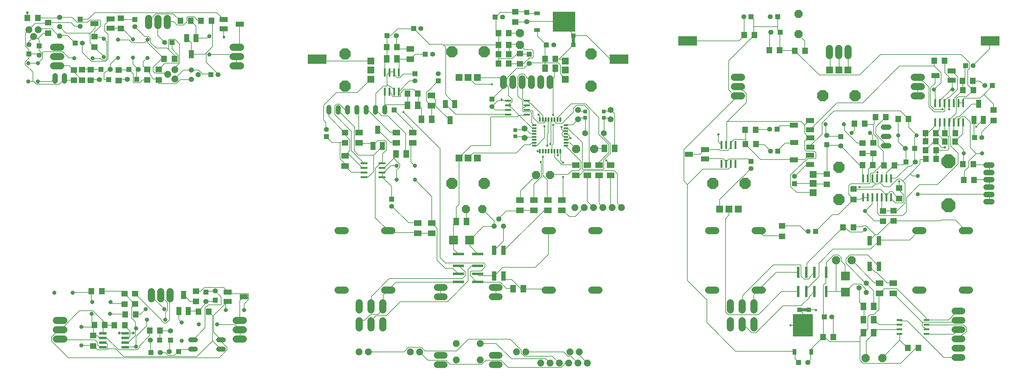
<source format=gtl>
%MOIN*%
%OFA0B0*%
%FSLAX34Y34*%
%IPPOS*%
%LPD*%
%AMOC8*
5,1,8,0,0,$1,22.5*%
%AMOC80*
5,1,8,0,0,$1,22.5*%
%AMOC81*
5,1,8,0,0,$1,22.5*%
%AMOC800*
5,1,8,0,0,$1,22.5*%
%ADD10C,0.045000000000000005*%
%ADD11R,0.08X0.026000000000000002*%
%ADD12R,0.070984251968503942X0.062992125984251982*%
%ADD13R,0.062992125984251982X0.070984251968503942*%
%ADD14C,0.055433070866141729*%
%ADD15R,0.055433070866141729X0.055433070866141729*%
%ADD16R,0.086000000000000007X0.052000000000000005*%
%ADD17C,0.077*%
%ADD18C,0.052000000000000005*%
%ADD19R,0.052000000000000005X0.086000000000000007*%
%ADD20C,0.006000000000000001*%
%ADD21C,0.029779527559055118*%
%ADD22C,0.008*%
%ADD33R,0.086000000000000007X0.052000000000000005*%
%ADD34C,0.045000000000000005*%
%ADD35R,0.062992125984251982X0.070984251968503942*%
%ADD36R,0.053149606299212608X0.053149606299212608*%
%ADD37C,0.053149606299212608*%
%ADD38C,0.074*%
%ADD39P,0.056284291338582683X8X292.5*%
%ADD40R,0.070984251968503942X0.062992125984251982*%
%ADD41C,0.055433070866141729*%
%ADD42R,0.055433070866141729X0.055433070866141729*%
%ADD43P,0.056284291338582683X8X112.5*%
%ADD44C,0.077*%
%ADD45R,0.052000000000000005X0.086000000000000007*%
%ADD46C,0.056000000000000008*%
%ADD47C,0.006000000000000001*%
%ADD48C,0.029779527559055118*%
%ADD49C,0.008*%
%ADD60R,0.053149606299212608X0.053149606299212608*%
%ADD61C,0.053149606299212608*%
%ADD62R,0.03937007874015748X0.043307086614173235*%
%ADD63C,0.065*%
%ADD64R,0.070866141732283464X0.062992125984251982*%
%ADD65C,0.045000000000000005*%
%ADD66R,0.062992125984251982X0.070866141732283464*%
%ADD67C,0.055433070866141729*%
%ADD68R,0.055433070866141729X0.055433070866141729*%
%ADD69R,0.024000000000000004X0.087000000000000008*%
%ADD70C,0.074*%
%ADD71R,0.062992125984251982X0.07874015748031496*%
%ADD72R,0.07874015748031496X0.062992125984251982*%
%ADD73R,0.052000000000000005X0.086000000000000007*%
%ADD74R,0.074X0.074*%
%ADD75P,0.12784133858267718X8X22.5*%
%ADD76R,0.052000000000000005X0.052000000000000005*%
%ADD77C,0.052000000000000005*%
%ADD78R,0.078000000000000014X0.022*%
%ADD79R,0.05X0.022*%
%ADD80R,0.022X0.05*%
%ADD81P,0.12784133858267718X8X112.5*%
%ADD82P,0.12784133858267718X8X202.5*%
%ADD83P,0.12784133858267718X8X292.5*%
%ADD84R,0.12204724409448819X0.031496062992125991*%
%ADD85R,0.05X0.1*%
%ADD86C,0.076771653543307089*%
%ADD87R,0.062992125984251982X0.03937007874015748*%
%ADD88R,0.24409448818897639X0.21259842519685043*%
%ADD89P,0.092003149606299212X8X22.5*%
%ADD90R,0.094488188976377951X0.094488188976377951*%
%ADD91R,0.05X0.05*%
%ADD92C,0.032*%
%ADD93C,0.074*%
%ADD94R,0.2X0.1*%
%ADD95P,0.056284291338582683X8X22.5*%
%ADD96R,0.067716535433070865X0.023622047244094488*%
%ADD97P,0.092003149606299212X8X202.5*%
%ADD98C,0.008*%
%ADD99C,0.023811023622047244*%
%ADD110C,0.045000000000000005*%
%ADD111R,0.053149606299212608X0.053149606299212608*%
%ADD112C,0.053149606299212608*%
%ADD113R,0.062992125984251982X0.070866141732283464*%
%ADD114R,0.070866141732283464X0.062992125984251982*%
%ADD115C,0.055433070866141729*%
%ADD116R,0.055433070866141729X0.055433070866141729*%
%ADD117R,0.023622047244094488X0.086614173228346469*%
%ADD118C,0.076771653543307089*%
%ADD119R,0.031496062992125991X0.12204724409448819*%
%ADD120P,0.092003149606299212X8X112.5*%
%ADD121R,0.05X0.1*%
%ADD122R,0.062992125984251982X0.070984251968503942*%
%ADD123R,0.086000000000000007X0.052000000000000005*%
%ADD124R,0.070984251968503942X0.062992125984251982*%
%ADD125R,0.052000000000000005X0.086000000000000007*%
%ADD126R,0.07874015748031496X0.062992125984251982*%
%ADD127R,0.062992125984251982X0.07874015748031496*%
%ADD128R,0.03937007874015748X0.062992125984251982*%
%ADD129R,0.21259842519685043X0.24409448818897639*%
%ADD130R,0.061000000000000006X0.021*%
%ADD131R,0.074X0.074*%
%ADD132P,0.12784133858267718X8X292.5*%
%ADD133P,0.092003149606299212X8X22.5*%
%ADD134P,0.092003149606299212X8X202.5*%
%ADD135R,0.094488188976377951X0.094488188976377951*%
%ADD136R,0.05X0.05*%
%ADD137C,0.032*%
%ADD138C,0.059370078740157484*%
%ADD139P,0.16235850393700788X8X292.5*%
%ADD140C,0.074*%
%ADD141R,0.2X0.1*%
%ADD142P,0.056284291338582683X8X112.5*%
%ADD143P,0.12784133858267718X8X202.5*%
%ADD144C,0.077*%
%ADD145P,0.12784133858267718X8X112.5*%
%ADD146C,0.056000000000000008*%
%ADD147C,0.008*%
%ADD148C,0.023811023622047244*%
%ADD149C,0.025779527559055122*%
%LPD*%
G75*
G01*
D10*
X-0005118Y0016141D02*
X0015596Y0025114D03*
X0017565Y0025114D03*
X0014431Y0024165D03*
X0014431Y0022195D03*
X0011707Y0027000D03*
X0009738Y0027000D03*
X0007651Y0028007D03*
X0005683Y0028007D03*
X0017455Y0026243D03*
X0015486Y0026243D03*
X0011636Y0025740D03*
X0009667Y0025740D03*
X0008577Y0024322D03*
X0008577Y0022354D03*
D11*
X0013279Y0022139D03*
X0010859Y0022139D03*
X0013279Y0022639D03*
X0013279Y0023139D03*
X0010859Y0022639D03*
X0010859Y0023139D03*
X0013279Y0023639D03*
X0010859Y0023639D03*
D12*
X0014353Y0026789D03*
X0014353Y0027908D03*
X0013208Y0027900D03*
X0013208Y0026782D03*
D13*
X0010759Y0028184D03*
X0009639Y0028184D03*
X0014399Y0025678D03*
X0013281Y0025678D03*
D12*
X0009829Y0023405D03*
X0009829Y0022286D03*
D13*
X0017018Y0023940D03*
X0015899Y0023940D03*
X0009962Y0024539D03*
X0011081Y0024539D03*
D14*
X0017045Y0021578D03*
D15*
X0016045Y0021578D03*
D14*
X0015978Y0022897D03*
D15*
X0016978Y0022897D03*
D14*
X0018144Y0023903D03*
D15*
X0018144Y0022902D03*
D14*
X0017994Y0021665D03*
D15*
X0018994Y0021665D03*
D16*
X0024258Y0028059D03*
X0025990Y0027559D03*
X0024258Y0027056D03*
D13*
X0022250Y0025966D03*
X0021130Y0025966D03*
D14*
X0022939Y0028220D03*
D15*
X0022939Y0027219D03*
D14*
X0021931Y0027063D03*
D15*
X0021931Y0028062D03*
D17*
X0025177Y0025044D02*
X0025947Y0025044D01*
X0025947Y0024044D02*
X0025177Y0024044D01*
X0025177Y0023043D02*
X0025947Y0023043D01*
X0006655Y0025044D02*
X0005886Y0025044D01*
X0005886Y0024044D02*
X0006655Y0024044D01*
X0006655Y0023043D02*
X0005886Y0023043D01*
X0016082Y0027372D02*
X0016082Y0028142D01*
X0017082Y0028142D02*
X0017082Y0027372D01*
X0018082Y0027372D02*
X0018082Y0028142D01*
D10*
X0021183Y0024603D03*
X0023151Y0024603D03*
D13*
X0013236Y0024501D03*
X0012117Y0024501D03*
D18*
X0023295Y0021953D02*
X0023815Y0021953D01*
X0023815Y0022953D02*
X0023295Y0022953D01*
X0020815Y0022953D02*
X0020295Y0022953D01*
X0020295Y0021953D02*
X0020815Y0021953D01*
D19*
X0019032Y0026025D03*
X0019534Y0027758D03*
X0020035Y0026025D03*
D12*
X0020881Y0027058D03*
X0020881Y0028177D03*
D10*
X0019334Y0024799D03*
X0019334Y0022830D03*
X0024063Y0026134D03*
X0026031Y0026134D03*
D20*
X0010841Y0022161D02*
X0010541Y0022161D01*
X0010301Y0022401D01*
X0010301Y0022641D01*
X0010001Y0022940D01*
X0006341Y0022940D01*
X0006281Y0023001D01*
X0010841Y0022161D02*
X0010859Y0022139D01*
X0006281Y0023001D02*
X0006271Y0023043D01*
X0012641Y0023661D02*
X0013241Y0023661D01*
X0013279Y0023639D01*
D21*
X0012641Y0023661D03*
D20*
X0012101Y0024501D02*
X0011141Y0024501D01*
X0012101Y0024501D02*
X0012117Y0024501D01*
X0011141Y0024501D02*
X0011081Y0024539D01*
X0010901Y0024321D02*
X0010901Y0023661D01*
X0010901Y0024321D02*
X0011081Y0024501D01*
X0010901Y0023661D02*
X0010859Y0023639D01*
X0011081Y0024501D02*
X0011081Y0024539D01*
X0011081Y0024561D02*
X0011081Y0024801D01*
X0009821Y0026061D01*
X0008381Y0026061D01*
X0006401Y0024081D01*
X0006281Y0024081D01*
X0011081Y0024539D02*
X0011081Y0024561D01*
X0006281Y0024081D02*
X0006271Y0024044D01*
X0023561Y0022940D02*
X0023561Y0022761D01*
X0024221Y0022101D01*
X0024221Y0021861D01*
X0023381Y0021021D01*
X0007181Y0021021D01*
X0005381Y0022820D01*
X0005381Y0023241D01*
X0006221Y0024081D01*
X0023555Y0022953D02*
X0023561Y0022940D01*
X0006271Y0024044D02*
X0006221Y0024081D01*
X0022780Y0023727D02*
X0023555Y0022953D01*
X0022780Y0023727D02*
X0022780Y0025581D01*
X0024258Y0027056D01*
D22*
X0024063Y0026862D02*
X0024063Y0026134D01*
X0024063Y0026862D02*
X0024258Y0027056D01*
D20*
X0025560Y0027159D02*
X0025560Y0025118D01*
X0025601Y0025101D01*
X0025560Y0027159D02*
X0025990Y0027559D01*
X0025601Y0025101D02*
X0025562Y0025044D01*
X0013181Y0026841D02*
X0011861Y0026841D01*
X0011741Y0026961D01*
X0013181Y0026841D02*
X0013208Y0026782D01*
X0011741Y0026961D02*
X0011707Y0027000D01*
X0009641Y0027081D02*
X0009641Y0028041D01*
X0009641Y0028160D01*
X0009641Y0027081D02*
X0009701Y0027021D01*
X0009641Y0028160D02*
X0009639Y0028184D01*
X0009701Y0027021D02*
X0009738Y0027000D01*
X0009641Y0028041D02*
X0007661Y0028041D01*
X0007651Y0028007D01*
X0009641Y0028041D02*
X0009639Y0028184D01*
X0014441Y0025701D02*
X0014921Y0025701D01*
X0015461Y0026241D01*
X0014441Y0025701D02*
X0014399Y0025678D01*
X0015461Y0026241D02*
X0015486Y0026243D01*
X0013241Y0025701D02*
X0011681Y0025701D01*
X0013241Y0025701D02*
X0013281Y0025678D01*
X0011681Y0025701D02*
X0011636Y0025740D01*
X0013301Y0022161D02*
X0014381Y0022161D01*
X0013301Y0022161D02*
X0013279Y0022139D01*
X0014381Y0022161D02*
X0014431Y0022195D01*
X0015581Y0024441D02*
X0015581Y0025101D01*
X0015581Y0024441D02*
X0014441Y0023301D01*
X0014441Y0022221D01*
X0015581Y0025101D02*
X0015596Y0025114D01*
X0014441Y0022221D02*
X0014431Y0022195D01*
X0009881Y0024321D02*
X0009881Y0024441D01*
X0009881Y0024321D02*
X0009881Y0023421D01*
X0009881Y0024441D02*
X0009941Y0024501D01*
X0009881Y0023421D02*
X0009829Y0023405D01*
X0009941Y0024501D02*
X0009962Y0024539D01*
X0009881Y0024321D02*
X0008621Y0024321D01*
X0008577Y0024322D01*
X0009881Y0024321D02*
X0009962Y0024539D01*
X0009701Y0024801D02*
X0009701Y0025701D01*
X0009701Y0024801D02*
X0009941Y0024561D01*
X0009701Y0025701D02*
X0009667Y0025740D01*
X0009941Y0024561D02*
X0009962Y0024539D01*
X0015880Y0023901D02*
X0015880Y0023361D01*
X0014801Y0022281D01*
X0014801Y0022101D01*
X0014561Y0021861D01*
X0012581Y0021861D01*
X0011321Y0023121D01*
X0010901Y0023121D01*
X0015880Y0023901D02*
X0015899Y0023940D01*
X0010901Y0023121D02*
X0010859Y0023139D01*
X0010301Y0023361D02*
X0009881Y0023361D01*
X0010301Y0023361D02*
X0010481Y0023181D01*
X0010841Y0023181D01*
X0009881Y0023361D02*
X0009829Y0023405D01*
X0010841Y0023181D02*
X0010859Y0023139D01*
X0016000Y0022881D02*
X0016000Y0021621D01*
X0016000Y0022881D02*
X0015978Y0022897D01*
X0016000Y0021621D02*
X0016045Y0021578D01*
X0018041Y0021681D02*
X0018041Y0022820D01*
X0018101Y0022881D01*
X0018041Y0021681D02*
X0017994Y0021665D01*
X0018101Y0022881D02*
X0018144Y0022902D01*
X0017021Y0022940D02*
X0017021Y0023901D01*
X0017021Y0022940D02*
X0016978Y0022897D01*
X0017021Y0023901D02*
X0018101Y0023901D01*
X0018144Y0023903D01*
X0017021Y0023901D02*
X0017018Y0023940D01*
X0013601Y0022641D02*
X0013301Y0022641D01*
X0013601Y0022641D02*
X0014381Y0023421D01*
X0014381Y0024141D01*
X0013301Y0022641D02*
X0013279Y0022639D01*
X0014381Y0024141D02*
X0014431Y0024165D01*
X0014321Y0026781D02*
X0013241Y0027860D01*
X0013208Y0027900D01*
X0012941Y0028160D02*
X0010781Y0028160D01*
X0012941Y0028160D02*
X0013181Y0027921D01*
X0010781Y0028160D02*
X0010759Y0028184D01*
X0013181Y0027921D02*
X0013208Y0027900D01*
X0014381Y0024861D02*
X0014381Y0024201D01*
X0014381Y0024861D02*
X0013960Y0025280D01*
X0013960Y0026421D01*
X0014321Y0026781D01*
X0014381Y0024201D02*
X0014431Y0024165D01*
X0014321Y0026781D02*
X0014353Y0026789D01*
X0023201Y0024561D02*
X0025061Y0024561D01*
X0025541Y0024081D01*
X0023201Y0024561D02*
X0023151Y0024603D01*
X0025541Y0024081D02*
X0025562Y0024044D01*
X0025601Y0024021D02*
X0025601Y0023060D01*
X0025562Y0023043D01*
X0025601Y0024021D02*
X0025562Y0024044D01*
X0009821Y0022341D02*
X0008621Y0022341D01*
X0009821Y0022341D02*
X0009829Y0022286D01*
X0008621Y0022341D02*
X0008577Y0022354D01*
X0010901Y0022581D02*
X0011261Y0022581D01*
X0011380Y0022461D01*
X0011380Y0021981D01*
X0011261Y0021861D01*
X0010301Y0021861D01*
X0009881Y0022281D01*
X0010859Y0022639D02*
X0010901Y0022581D01*
X0009881Y0022281D02*
X0009829Y0022286D01*
X0022660Y0022820D02*
X0023501Y0021981D01*
X0023555Y0021953D01*
X0012281Y0021981D02*
X0011380Y0021981D01*
X0012281Y0021981D02*
X0013121Y0021141D01*
X0020981Y0021141D01*
X0022639Y0022798D02*
X0022660Y0022820D01*
X0022639Y0022798D02*
X0020981Y0021141D01*
X0022639Y0025578D02*
X0022250Y0025966D01*
X0022639Y0025578D02*
X0022639Y0022798D01*
X0020501Y0021921D02*
X0019241Y0021921D01*
X0019001Y0021681D01*
X0020501Y0021921D02*
X0020555Y0021953D01*
X0019001Y0021681D02*
X0018994Y0021665D01*
X0017561Y0021561D02*
X0017081Y0021561D01*
X0017561Y0021561D02*
X0017861Y0021261D01*
X0018581Y0021261D01*
X0018941Y0021621D01*
X0017081Y0021561D02*
X0017045Y0021578D01*
X0018941Y0021621D02*
X0018994Y0021665D01*
X0020555Y0022953D02*
X0020560Y0023001D01*
X0021881Y0028041D02*
X0021931Y0028062D01*
X0022001Y0028160D02*
X0022900Y0028160D01*
X0022001Y0028160D02*
X0021941Y0028101D01*
X0022900Y0028160D02*
X0022923Y0028195D01*
X0022939Y0028220D01*
X0021941Y0028101D02*
X0021932Y0028067D01*
X0021931Y0028062D01*
X0021932Y0028067D02*
X0021899Y0028067D01*
X0021845Y0024243D02*
X0020555Y0022953D01*
X0023582Y0026719D02*
X0023582Y0027536D01*
X0022923Y0028195D01*
X0021845Y0026359D02*
X0021845Y0024243D01*
X0021845Y0026359D02*
X0022204Y0026719D01*
X0023582Y0026719D01*
X0021932Y0027063D02*
X0021931Y0027063D01*
X0021932Y0027063D02*
X0022780Y0027063D01*
X0022939Y0027219D01*
X0021158Y0025999D02*
X0021130Y0025966D01*
X0021158Y0025999D02*
X0022002Y0026993D01*
X0021932Y0027063D01*
X0021131Y0026025D02*
X0020035Y0026025D01*
X0021131Y0026025D02*
X0021158Y0025999D01*
X0017441Y0026301D02*
X0016120Y0027621D01*
X0016120Y0027740D01*
X0017441Y0026301D02*
X0017455Y0026243D01*
X0016120Y0027740D02*
X0016082Y0027757D01*
X0017621Y0025941D02*
X0017621Y0025160D01*
X0017621Y0025941D02*
X0017801Y0026121D01*
X0017801Y0026961D01*
X0017141Y0027621D01*
X0017141Y0027740D01*
X0017621Y0025160D02*
X0017565Y0025114D01*
X0017141Y0027740D02*
X0017082Y0027757D01*
X0014381Y0027860D02*
X0017201Y0025041D01*
X0017201Y0024981D01*
X0017441Y0024741D01*
X0017681Y0024741D01*
X0018041Y0025101D01*
X0018041Y0027740D01*
X0014381Y0027860D02*
X0014353Y0027908D01*
X0018041Y0027740D02*
X0018082Y0027757D01*
X0013781Y0023901D02*
X0013241Y0024441D01*
X0013781Y0023661D02*
X0013781Y0023301D01*
X0013781Y0023661D02*
X0013781Y0023901D01*
X0013781Y0023301D02*
X0013661Y0023181D01*
X0013301Y0023181D01*
X0013241Y0024441D02*
X0013236Y0024501D01*
X0013301Y0023181D02*
X0013279Y0023139D01*
X0013781Y0023661D02*
X0014141Y0023661D01*
D21*
X0014141Y0023661D03*
D20*
X0019534Y0027758D02*
X0020235Y0027058D01*
X0020881Y0027058D01*
X0020881Y0028177D02*
X0021364Y0028177D01*
X0021774Y0028587D01*
X0023845Y0028587D01*
X0024424Y0028008D02*
X0024424Y0027924D01*
X0024258Y0028175D02*
X0023845Y0028587D01*
X0024258Y0028175D02*
X0024258Y0028059D01*
D22*
X0026461Y0027919D02*
X0026520Y0027860D01*
X0026520Y0027256D01*
X0024399Y0027919D02*
X0024258Y0028059D01*
X0024399Y0027919D02*
X0026461Y0027919D01*
X0026520Y0027256D02*
X0026031Y0026768D01*
X0026031Y0026134D01*
D20*
X0019334Y0024799D02*
X0019032Y0025099D01*
X0019032Y0026025D01*
G75*
G01*
D33*
X0001968Y0050000D02*
X0023844Y0057417D03*
X0025577Y0056917D03*
X0023844Y0056416D03*
D34*
X0022314Y0053644D03*
X0022314Y0055612D03*
D35*
X0020315Y0057261D03*
X0019195Y0057261D03*
D36*
X0018296Y0054922D03*
D37*
X0017509Y0054922D03*
D38*
X0018593Y0051018D03*
X0017843Y0051518D03*
X0018593Y0052018D03*
D39*
X0020358Y0050961D03*
X0021107Y0051462D03*
X0020358Y0051962D03*
D36*
X0022464Y0051481D03*
D37*
X0023252Y0051481D03*
D35*
X0017453Y0053160D03*
X0018573Y0053160D03*
D40*
X0016856Y0050909D03*
X0016856Y0052028D03*
D34*
X0015665Y0053282D03*
X0015665Y0055250D03*
D40*
X0009573Y0051997D03*
X0009573Y0050877D03*
D34*
X0012517Y0055231D03*
X0012517Y0053263D03*
D41*
X0010511Y0050922D03*
D42*
X0011511Y0050922D03*
D41*
X0011660Y0052047D03*
D42*
X0010660Y0052047D03*
D36*
X0014299Y0057417D03*
D37*
X0014299Y0056630D03*
D40*
X0012802Y0057544D03*
X0012802Y0056424D03*
D33*
X0011718Y0056472D03*
X0009986Y0056974D03*
X0011718Y0057474D03*
D43*
X0006225Y0057629D03*
X0006225Y0056628D03*
X0006225Y0055628D03*
D38*
X0003947Y0056308D03*
X0003447Y0055559D03*
X0002948Y0056308D03*
D36*
X0007892Y0054886D03*
D37*
X0008680Y0054886D03*
D40*
X0015633Y0050909D03*
X0015633Y0052028D03*
X0008650Y0051997D03*
X0008650Y0050877D03*
D35*
X0002770Y0057570D03*
X0003890Y0057570D03*
D40*
X0009968Y0055559D03*
X0009968Y0054439D03*
X0005011Y0055940D03*
X0005011Y0057059D03*
X0007765Y0050857D03*
X0007765Y0051977D03*
D41*
X0004029Y0053561D03*
D42*
X0004029Y0054561D03*
D41*
X0002943Y0054700D03*
D42*
X0002943Y0053700D03*
D34*
X0002867Y0050735D03*
X0002867Y0052703D03*
D36*
X0008424Y0057446D03*
D37*
X0008424Y0056658D03*
D34*
X0010968Y0055326D03*
X0010968Y0053358D03*
X0009782Y0053228D03*
X0007813Y0053228D03*
X0014097Y0053301D03*
X0014097Y0055269D03*
D41*
X0013511Y0050968D03*
D42*
X0014511Y0050968D03*
D41*
X0014668Y0052046D03*
D42*
X0013667Y0052046D03*
D35*
X0021408Y0057261D03*
X0022528Y0057261D03*
D40*
X0012573Y0051966D03*
X0012573Y0050847D03*
D44*
X0024853Y0054446D02*
X0025623Y0054446D01*
X0025623Y0053446D02*
X0024853Y0053446D01*
X0024853Y0052446D02*
X0025623Y0052446D01*
X0006331Y0054446D02*
X0005561Y0054446D01*
X0005561Y0053446D02*
X0006331Y0053446D01*
X0006331Y0052446D02*
X0005561Y0052446D01*
X0015756Y0056773D02*
X0015756Y0057544D01*
X0016757Y0057544D02*
X0016757Y0056773D01*
X0017757Y0056773D02*
X0017757Y0057544D01*
D45*
X0020867Y0055405D03*
X0020366Y0053673D03*
X0019864Y0055405D03*
D34*
X0003891Y0050747D03*
X0003891Y0052714D03*
D46*
X0005737Y0051373D02*
X0005737Y0050813D01*
X0006737Y0050813D02*
X0006737Y0051373D01*
D47*
X0005968Y0052440D02*
X0005946Y0052446D01*
X0007765Y0051977D02*
X0007765Y0051946D01*
X0007765Y0051762D01*
X0008650Y0050877D01*
X0007266Y0052446D02*
X0005946Y0052446D01*
X0007266Y0052446D02*
X0007765Y0051946D01*
X0012573Y0052020D02*
X0012868Y0052020D01*
X0012573Y0052020D02*
X0012573Y0051966D01*
X0021988Y0053820D02*
X0022648Y0054480D01*
X0021988Y0053820D02*
X0021988Y0052800D01*
X0022498Y0057292D02*
X0022500Y0057452D01*
X0022498Y0057292D02*
X0022498Y0057135D01*
X0022528Y0057261D01*
X0002788Y0057599D02*
X0002788Y0058140D01*
X0002788Y0057599D02*
X0002770Y0057570D01*
X0011788Y0057480D02*
X0011788Y0057382D01*
D48*
X0002788Y0058140D03*
D47*
X0023252Y0051535D02*
X0023252Y0051481D01*
X0023252Y0051535D02*
X0021988Y0052800D01*
D49*
X0022648Y0054480D02*
X0022648Y0056449D01*
D47*
X0021841Y0053673D02*
X0020366Y0053673D01*
X0021841Y0053673D02*
X0021988Y0053820D01*
X0020366Y0054903D02*
X0019864Y0055405D01*
X0020366Y0054903D02*
X0020366Y0053673D01*
X0022648Y0056449D02*
X0022648Y0057145D01*
X0022498Y0057292D01*
X0008680Y0054886D02*
X0008680Y0053884D01*
X0009651Y0052913D01*
X0011171Y0052913D01*
X0011428Y0053170D01*
X0011428Y0055816D01*
X0014196Y0050601D02*
X0014825Y0050601D01*
X0014196Y0050601D02*
X0014142Y0050654D01*
X0015132Y0050909D02*
X0015633Y0050909D01*
X0015132Y0050909D02*
X0014825Y0050601D01*
X0014142Y0051570D02*
X0013687Y0052026D01*
X0013667Y0052046D01*
X0014142Y0051570D02*
X0014142Y0050654D01*
X0011428Y0055816D02*
X0011069Y0056175D01*
X0011069Y0056826D01*
X0011718Y0057474D01*
X0012573Y0051966D02*
X0013626Y0051966D01*
X0013687Y0052026D01*
X0023788Y0056460D02*
X0023832Y0056426D01*
X0023844Y0056416D01*
D48*
X0023861Y0055519D03*
D47*
X0023832Y0055548D01*
X0023832Y0056426D01*
X0025527Y0056879D02*
X0025527Y0054720D01*
X0025287Y0054480D01*
X0025527Y0056879D02*
X0025577Y0056917D01*
X0025287Y0054480D02*
X0025238Y0054446D01*
X0025048Y0053640D02*
X0022348Y0053640D01*
X0025048Y0053640D02*
X0025228Y0053460D01*
X0022348Y0053640D02*
X0022314Y0053644D01*
X0025228Y0053460D02*
X0025238Y0053446D01*
X0025228Y0053400D02*
X0025228Y0052500D01*
X0025238Y0052446D01*
X0025228Y0053400D02*
X0025238Y0053446D01*
X0022309Y0055615D02*
X0022288Y0055620D01*
X0022309Y0055615D02*
X0022314Y0055612D01*
D49*
X0022309Y0055615D02*
X0022273Y0055615D01*
D47*
X0022099Y0055405D02*
X0020867Y0055405D01*
X0022099Y0055405D02*
X0022309Y0055615D01*
X0020867Y0055405D02*
X0020867Y0056708D01*
X0020315Y0057261D01*
X0016528Y0058019D02*
X0015808Y0057300D01*
X0015808Y0057180D01*
X0015756Y0057159D01*
X0018436Y0058019D02*
X0019195Y0057261D01*
X0018436Y0058019D02*
X0016528Y0058019D01*
X0016757Y0057159D02*
X0016757Y0055673D01*
X0017509Y0054922D01*
X0016856Y0052048D02*
X0016856Y0052028D01*
X0018978Y0052769D02*
X0018978Y0053553D01*
X0018978Y0052769D02*
X0018925Y0052716D01*
X0017543Y0052716D02*
X0016856Y0052028D01*
X0018296Y0054234D02*
X0018296Y0054922D01*
X0018296Y0054234D02*
X0018978Y0053553D01*
X0018925Y0052716D02*
X0017543Y0052716D01*
X0019528Y0051960D02*
X0020308Y0051960D01*
X0019528Y0051960D02*
X0018628Y0051060D01*
X0020308Y0051960D02*
X0020358Y0051962D01*
X0018628Y0051060D02*
X0018593Y0051018D01*
X0021568Y0051540D02*
X0022408Y0051540D01*
X0021568Y0051540D02*
X0021147Y0051960D01*
X0020368Y0051960D01*
X0022408Y0051540D02*
X0022464Y0051481D01*
X0020368Y0051960D02*
X0020358Y0051962D01*
X0015688Y0055199D02*
X0015665Y0055250D01*
X0013708Y0055199D02*
X0012568Y0055199D01*
X0013708Y0055199D02*
X0014008Y0054900D01*
X0015328Y0054900D01*
X0015628Y0055199D01*
X0012568Y0055199D02*
X0012517Y0055231D01*
X0015628Y0055199D02*
X0015665Y0055250D01*
X0017738Y0051623D02*
X0017843Y0051518D01*
X0017738Y0051623D02*
X0016463Y0051623D01*
X0016287Y0051799D01*
X0016287Y0052257D01*
X0017191Y0053160D01*
X0017453Y0053160D01*
X0015665Y0054950D02*
X0015665Y0055250D01*
X0015665Y0054950D02*
X0017453Y0053160D01*
X0015208Y0052860D02*
X0015208Y0052385D01*
X0015208Y0052860D02*
X0015628Y0053280D01*
X0015208Y0052385D02*
X0015633Y0052028D01*
X0015628Y0053280D02*
X0015665Y0053282D01*
X0016255Y0051000D02*
X0016856Y0051000D01*
X0016856Y0050909D01*
X0016255Y0051000D02*
X0015633Y0052028D01*
X0019168Y0050940D02*
X0020308Y0050940D01*
X0019168Y0050940D02*
X0018748Y0050519D01*
X0016888Y0050519D01*
X0016856Y0050551D01*
X0020308Y0050940D02*
X0020358Y0050961D01*
X0016856Y0050909D02*
X0016856Y0050551D01*
X0012821Y0057524D02*
X0012802Y0057544D01*
X0012928Y0057417D01*
X0014299Y0057417D01*
X0012731Y0056460D02*
X0011721Y0056460D01*
X0012731Y0056460D02*
X0012802Y0056424D01*
X0011721Y0056460D02*
X0011718Y0056472D01*
X0013123Y0056264D02*
X0014068Y0055320D01*
X0014097Y0055269D01*
X0013123Y0056264D02*
X0012802Y0056424D01*
X0006225Y0055720D02*
X0006225Y0055628D01*
X0006225Y0055720D02*
X0006074Y0055720D01*
X0005395Y0056399D01*
X0004038Y0056399D02*
X0003947Y0056308D01*
X0004038Y0056399D02*
X0005395Y0056399D01*
X0007058Y0055720D02*
X0007892Y0054886D01*
X0007058Y0055720D02*
X0006225Y0055720D01*
X0003928Y0057599D02*
X0003890Y0057570D01*
X0009988Y0055500D02*
X0010828Y0055500D01*
X0010948Y0055380D01*
X0009988Y0055500D02*
X0009968Y0055559D01*
X0010948Y0055380D02*
X0010968Y0055326D01*
X0010648Y0053220D02*
X0009808Y0053220D01*
X0010648Y0053220D02*
X0010828Y0053040D01*
X0011128Y0053040D01*
X0011308Y0053220D01*
X0011308Y0055020D01*
X0011008Y0055320D01*
X0009808Y0053220D02*
X0009782Y0053228D01*
X0010968Y0055326D02*
X0011008Y0055320D01*
X0010622Y0056702D02*
X0010622Y0057297D01*
X0010569Y0057350D01*
X0009467Y0057350D01*
X0009968Y0056048D02*
X0009968Y0055559D01*
X0009968Y0056048D02*
X0010622Y0056702D01*
X0009467Y0057350D02*
X0009207Y0057089D01*
X0008121Y0057089D01*
X0006166Y0057570D02*
X0003890Y0057570D01*
X0006166Y0057570D02*
X0006225Y0057629D01*
X0007582Y0057629D01*
X0008121Y0057089D01*
X0009988Y0054420D02*
X0011008Y0053400D01*
X0009988Y0054420D02*
X0009968Y0054439D01*
X0011008Y0053400D02*
X0010968Y0053358D01*
X0010048Y0056460D02*
X0010048Y0056974D01*
X0009522Y0055934D02*
X0009508Y0055919D01*
X0009522Y0055934D02*
X0010048Y0056460D01*
X0009508Y0055919D02*
X0009508Y0054900D01*
X0009928Y0054480D01*
X0009986Y0056974D02*
X0010048Y0056974D01*
X0009928Y0054480D02*
X0009968Y0054439D01*
X0006919Y0055934D02*
X0006225Y0056628D01*
X0006919Y0055934D02*
X0009522Y0055934D01*
X0009295Y0057446D02*
X0008424Y0057446D01*
X0009295Y0057446D02*
X0009999Y0058151D01*
X0023112Y0058151D02*
X0023844Y0057417D01*
X0023112Y0058151D02*
X0009999Y0058151D01*
X0012267Y0053220D02*
X0012508Y0053220D01*
X0012267Y0053220D02*
X0011689Y0052640D01*
X0012508Y0053220D02*
X0012517Y0053263D01*
X0011689Y0052640D02*
X0011660Y0052047D01*
X0011008Y0051671D02*
X0011008Y0050922D01*
X0011511Y0050922D01*
X0011008Y0051671D02*
X0011660Y0052047D01*
X0009573Y0052080D02*
X0009279Y0052080D01*
X0008813Y0052080D02*
X0008650Y0051997D01*
X0008813Y0052080D02*
X0009279Y0052080D01*
X0009573Y0052080D02*
X0009573Y0051997D01*
X0009279Y0052080D02*
X0010660Y0052047D01*
X0018573Y0053160D02*
X0018573Y0053531D01*
X0017940Y0054164D02*
X0017778Y0054326D01*
X0018573Y0053531D02*
X0018593Y0053511D01*
X0018599Y0055277D02*
X0017993Y0055277D01*
X0017940Y0055225D01*
X0018593Y0052214D02*
X0018593Y0052018D01*
X0018593Y0052214D02*
X0019098Y0052718D01*
X0019098Y0054778D01*
X0018599Y0055277D01*
X0017940Y0054164D02*
X0018573Y0053531D01*
X0017940Y0054164D02*
X0017940Y0055225D01*
X0017778Y0054326D02*
X0016604Y0054326D01*
X0015980Y0055380D02*
X0015794Y0055565D01*
X0015365Y0055565D02*
X0014299Y0056630D01*
X0015980Y0054950D02*
X0016604Y0054326D01*
X0015794Y0055565D02*
X0015365Y0055565D01*
X0015980Y0055380D02*
X0015980Y0054950D01*
X0014097Y0053301D02*
X0014097Y0052617D01*
X0014668Y0052046D01*
X0014511Y0051889D01*
X0014511Y0050968D01*
X0008424Y0056658D02*
X0007858Y0056658D01*
X0007458Y0057059D02*
X0005011Y0057059D01*
X0007458Y0057059D02*
X0007858Y0056658D01*
X0005011Y0057059D02*
X0004951Y0057000D01*
X0003638Y0057000D02*
X0002948Y0056308D01*
X0003638Y0057000D02*
X0004951Y0057000D01*
X0006972Y0050857D02*
X0007765Y0050857D01*
X0006972Y0050857D02*
X0006797Y0051031D01*
X0006737Y0051093D01*
X0006540Y0051093D01*
X0002943Y0053700D02*
X0002943Y0054180D01*
X0002576Y0054548D01*
X0002576Y0055937D01*
X0002948Y0056308D01*
X0002867Y0050735D02*
X0003360Y0050735D01*
X0003458Y0050735D01*
X0003760Y0050432D01*
X0006197Y0050432D01*
X0006797Y0051031D01*
X0003889Y0053700D02*
X0002943Y0053700D01*
X0003889Y0053700D02*
X0004029Y0053561D01*
X0002552Y0052834D02*
X0002552Y0052573D01*
X0003360Y0051765D02*
X0003360Y0050735D01*
X0003360Y0051765D02*
X0002552Y0052573D01*
X0002552Y0052834D02*
X0002943Y0053226D01*
X0002943Y0053700D01*
X0009617Y0050922D02*
X0010511Y0050922D01*
X0009617Y0050922D02*
X0009573Y0050877D01*
X0005008Y0055919D02*
X0004468Y0055919D01*
X0003928Y0055380D01*
X0003847Y0055380D02*
X0003630Y0055380D01*
X0003847Y0055380D02*
X0003928Y0055380D01*
X0005008Y0055919D02*
X0005011Y0055940D01*
X0003630Y0055380D02*
X0003447Y0055559D01*
X0007227Y0053280D02*
X0007768Y0053280D01*
X0007227Y0053280D02*
X0006568Y0053940D01*
X0007768Y0053280D02*
X0007813Y0053228D01*
X0004029Y0054561D02*
X0004029Y0055198D01*
X0003847Y0055380D01*
X0002943Y0055054D02*
X0002943Y0054700D01*
X0002943Y0055054D02*
X0003447Y0055559D01*
X0003879Y0052703D02*
X0002867Y0052703D01*
X0003879Y0052703D02*
X0003891Y0052714D01*
X0004029Y0054080D02*
X0004029Y0054561D01*
X0004029Y0054080D02*
X0004323Y0053785D01*
X0004396Y0053713D01*
X0004396Y0053221D01*
X0003891Y0052714D01*
X0004323Y0053785D02*
X0004477Y0053940D01*
X0006568Y0053940D01*
X0012573Y0050968D02*
X0013511Y0050968D01*
X0012573Y0050968D02*
X0012573Y0050847D01*
X0021307Y0057159D02*
X0021408Y0057261D01*
X0019547Y0056816D02*
X0018843Y0056816D01*
X0019910Y0057653D02*
X0019963Y0057705D01*
X0020667Y0057705D01*
X0019910Y0057653D02*
X0019910Y0057178D01*
X0021214Y0057159D02*
X0021307Y0057159D01*
X0018843Y0056816D02*
X0018500Y0057159D01*
X0019547Y0056816D02*
X0019910Y0057178D01*
X0020667Y0057705D02*
X0021214Y0057159D01*
X0018500Y0057159D02*
X0017757Y0057159D01*
X0005737Y0051093D02*
X0005385Y0050740D01*
X0003897Y0050740D01*
X0003891Y0050747D01*
G04 next file*
%LPD*%
G75*
G01*
D60*
X0032677Y0019685D02*
X0034877Y0044791D03*
D61*
X0034877Y0045578D03*
D60*
X0046877Y0050791D03*
D61*
X0046877Y0051578D03*
D60*
X0044377Y0051578D03*
D61*
X0044377Y0050791D03*
D62*
X0064627Y0047519D03*
X0064627Y0046849D03*
X0062627Y0047519D03*
X0062627Y0046849D03*
D63*
X0056127Y0044685D03*
X0056127Y0045685D03*
D60*
X0045484Y0053684D03*
D61*
X0046271Y0053684D03*
D64*
X0036877Y0045236D03*
X0036877Y0044132D03*
D65*
X0044362Y0040185D03*
X0042393Y0040185D03*
D60*
X0044234Y0056435D03*
D61*
X0045021Y0056435D03*
D66*
X0042429Y0054435D03*
X0041326Y0054435D03*
X0043576Y0049435D03*
X0044679Y0049435D03*
D67*
X0042377Y0055685D03*
D68*
X0041377Y0055685D03*
D69*
X0041127Y0049654D03*
X0041627Y0049654D03*
X0042127Y0049654D03*
X0042627Y0049654D03*
X0042627Y0051715D03*
X0042127Y0051715D03*
X0041627Y0051715D03*
X0041127Y0051715D03*
D70*
X0053877Y0051055D02*
X0053877Y0050315D01*
X0054876Y0050315D02*
X0054876Y0051055D01*
X0055876Y0051055D02*
X0055876Y0050315D01*
X0056877Y0050315D02*
X0056877Y0051055D01*
X0057877Y0051055D02*
X0057877Y0050315D01*
X0058877Y0050315D02*
X0058877Y0051055D01*
D71*
X0041326Y0053185D03*
X0042429Y0053185D03*
X0043576Y0048185D03*
X0044679Y0048185D03*
X0045076Y0046685D03*
X0046179Y0046685D03*
D72*
X0046127Y0049236D03*
X0046127Y0048133D03*
D73*
X0048629Y0048301D03*
X0048127Y0046567D03*
X0047626Y0048301D03*
D71*
X0059429Y0052185D03*
X0058326Y0052185D03*
D72*
X0043877Y0054236D03*
X0043877Y0053133D03*
X0038377Y0044132D03*
X0038377Y0045236D03*
D71*
X0042326Y0042935D03*
X0043429Y0042935D03*
D72*
X0046178Y0035493D03*
X0046178Y0034391D03*
X0036877Y0041632D03*
X0036877Y0042736D03*
X0044127Y0045236D03*
X0044127Y0044132D03*
X0042377Y0045236D03*
X0042377Y0044132D03*
D73*
X0039876Y0043818D03*
X0040377Y0045551D03*
X0040879Y0043818D03*
D74*
X0039645Y0052951D03*
X0039645Y0051968D03*
X0039645Y0050984D03*
D75*
X0036888Y0053700D03*
X0036888Y0050236D03*
D76*
X0042127Y0047685D03*
D77*
X0041127Y0047945D02*
X0041127Y0047425D01*
X0040127Y0047425D02*
X0040127Y0047945D01*
X0039126Y0047945D02*
X0039126Y0047425D01*
X0038127Y0047425D02*
X0038127Y0047945D01*
X0037127Y0047945D02*
X0037127Y0047425D01*
X0036127Y0047425D02*
X0036127Y0047945D01*
X0035127Y0047945D02*
X0035127Y0047425D01*
D78*
X0040847Y0040435D03*
X0040847Y0040935D03*
X0040847Y0041435D03*
X0040847Y0041935D03*
X0038907Y0041935D03*
X0038907Y0041435D03*
X0038907Y0040935D03*
X0038907Y0040435D03*
D79*
X0060567Y0043832D03*
X0060567Y0044147D03*
X0060567Y0044462D03*
X0060567Y0044776D03*
X0060567Y0045092D03*
X0060567Y0045407D03*
X0060567Y0045721D03*
X0060567Y0046037D03*
D80*
X0059980Y0046625D03*
X0059665Y0046625D03*
X0059350Y0046625D03*
X0059035Y0046625D03*
X0058720Y0046625D03*
X0058404Y0046625D03*
X0058090Y0046625D03*
X0057775Y0046625D03*
D79*
X0057187Y0046037D03*
X0057187Y0045721D03*
X0057187Y0045407D03*
X0057187Y0045092D03*
X0057187Y0044776D03*
X0057187Y0044462D03*
X0057187Y0044147D03*
X0057187Y0043832D03*
D80*
X0057775Y0043244D03*
X0058090Y0043244D03*
X0058404Y0043244D03*
X0058720Y0043244D03*
X0059035Y0043244D03*
X0059350Y0043244D03*
X0059665Y0043244D03*
X0059980Y0043244D03*
D63*
X0062627Y0045185D03*
X0064627Y0045185D03*
D72*
X0062876Y0040633D03*
X0062876Y0041736D03*
X0064127Y0040633D03*
X0064127Y0041736D03*
X0065377Y0040633D03*
X0065377Y0041736D03*
X0061627Y0040633D03*
X0061627Y0041736D03*
D74*
X0049094Y0042519D03*
X0050077Y0042519D03*
X0051062Y0042519D03*
D81*
X0048346Y0039763D03*
X0051810Y0039763D03*
D74*
X0060511Y0050984D03*
X0060511Y0051968D03*
X0060511Y0052951D03*
D82*
X0063267Y0050236D03*
X0063267Y0053700D03*
D74*
X0051062Y0051181D03*
X0050077Y0051181D03*
X0049094Y0051181D03*
D83*
X0051810Y0053937D03*
X0048346Y0053937D03*
D72*
X0044661Y0034415D03*
X0044661Y0035517D03*
D71*
X0049901Y0035657D03*
X0048798Y0035657D03*
D84*
X0049025Y0032181D03*
X0049025Y0030921D03*
X0049025Y0030055D03*
X0049025Y0029188D03*
X0051112Y0032181D03*
X0051112Y0030921D03*
X0051112Y0030055D03*
X0051112Y0029188D03*
D85*
X0053877Y0032562D03*
X0052877Y0032562D03*
X0052877Y0029807D03*
X0053877Y0029807D03*
D72*
X0055627Y0037986D03*
X0055627Y0036883D03*
X0057127Y0036883D03*
X0057127Y0037986D03*
X0058627Y0036883D03*
X0058627Y0037986D03*
D86*
X0036860Y0028301D02*
X0036092Y0028301D01*
X0036092Y0034690D02*
X0036860Y0034690D01*
X0041092Y0028301D02*
X0041860Y0028301D01*
X0041860Y0034690D02*
X0041092Y0034690D01*
X0063336Y0034690D02*
X0064104Y0034690D01*
X0064104Y0028301D02*
X0063336Y0028301D01*
X0059104Y0034690D02*
X0058335Y0034690D01*
X0058335Y0028301D02*
X0059104Y0028301D01*
D66*
X0058326Y0053185D03*
X0059429Y0053185D03*
D60*
X0058484Y0054685D03*
D61*
X0059271Y0054685D03*
D60*
X0052983Y0057685D03*
D61*
X0053771Y0057685D03*
D64*
X0055127Y0058236D03*
X0055127Y0057133D03*
D67*
X0056627Y0052684D03*
D68*
X0056627Y0053684D03*
D67*
X0056377Y0057185D03*
D68*
X0056377Y0058185D03*
D87*
X0057488Y0058082D03*
X0057488Y0056287D03*
D88*
X0060362Y0057185D03*
D60*
X0041877Y0038077D03*
D61*
X0041877Y0037291D03*
D71*
X0054891Y0028423D03*
X0055993Y0028423D03*
D65*
X0044362Y0041685D03*
X0042393Y0041685D03*
D66*
X0053326Y0054685D03*
X0054429Y0054685D03*
X0053326Y0053684D03*
X0054429Y0053684D03*
X0053326Y0052684D03*
X0054429Y0052684D03*
D64*
X0055627Y0053735D03*
X0055627Y0052633D03*
D89*
X0057377Y0040685D03*
X0058877Y0040685D03*
X0055627Y0055935D03*
X0055627Y0054685D03*
D90*
X0048511Y0033685D03*
X0050244Y0033685D03*
D91*
X0061377Y0055685D03*
X0061377Y0054685D03*
D92*
X0061377Y0055685D01*
D86*
X0038385Y0025000D02*
X0038385Y0024232D01*
X0039645Y0024232D02*
X0039645Y0025000D01*
X0040904Y0025000D02*
X0040904Y0024232D01*
X0040904Y0026181D02*
X0040904Y0026948D01*
X0039645Y0026948D02*
X0039645Y0026181D01*
X0038385Y0026181D02*
X0038385Y0026948D01*
D93*
X0051357Y0022543D03*
X0048798Y0022543D03*
X0051357Y0020762D03*
X0048798Y0020762D03*
X0039377Y0021652D03*
X0038377Y0021652D03*
X0044877Y0021652D03*
X0043877Y0021652D03*
X0056287Y0021652D03*
X0055287Y0021652D03*
X0061996Y0021652D03*
X0060996Y0021652D03*
D72*
X0060127Y0036883D03*
X0060127Y0037986D03*
D66*
X0054429Y0055935D03*
X0053326Y0055935D03*
D94*
X0066265Y0053149D03*
X0033856Y0053149D03*
D95*
X0053877Y0035184D03*
X0053377Y0035935D03*
X0052877Y0035184D03*
D63*
X0061877Y0047685D03*
X0061877Y0046685D03*
X0065377Y0047685D03*
X0065377Y0046685D03*
D62*
X0055127Y0044850D03*
X0055127Y0045519D03*
D96*
X0056377Y0047185D03*
X0056377Y0047685D03*
X0056377Y0048185D03*
X0056377Y0048685D03*
X0054377Y0048685D03*
X0054377Y0048185D03*
X0054377Y0047685D03*
X0054377Y0047185D03*
D60*
X0052627Y0048827D03*
D61*
X0052627Y0048041D03*
D97*
X0063589Y0043474D03*
D89*
X0061673Y0043474D03*
D71*
X0064704Y0043525D03*
X0065806Y0043525D03*
D89*
X0049823Y0037007D03*
X0051594Y0037007D03*
D70*
X0052661Y0027559D02*
X0053400Y0027559D01*
X0053400Y0028559D02*
X0052661Y0028559D01*
X0047495Y0027559D02*
X0046755Y0027559D01*
X0046755Y0028559D02*
X0047495Y0028559D01*
X0052661Y0020275D02*
X0053400Y0020275D01*
X0053400Y0021275D02*
X0052661Y0021275D01*
X0047495Y0020275D02*
X0046755Y0020275D01*
X0046755Y0021275D02*
X0047495Y0021275D01*
D93*
X0062864Y0020428D03*
X0061864Y0020428D03*
X0060864Y0020428D03*
X0059864Y0020428D03*
X0058864Y0020428D03*
X0057864Y0020428D03*
X0066545Y0037187D03*
X0065545Y0037187D03*
X0064545Y0037187D03*
X0063545Y0037187D03*
X0062545Y0037187D03*
X0061545Y0037187D03*
D98*
X0042657Y0053125D02*
X0042497Y0053125D01*
X0042657Y0053125D02*
X0043857Y0053125D01*
X0043877Y0053133D01*
X0042497Y0053125D02*
X0042429Y0053185D01*
X0042657Y0053125D02*
X0042657Y0051765D01*
X0042627Y0051715D01*
X0042657Y0053125D02*
X0042429Y0053185D01*
X0044417Y0053684D02*
X0045484Y0053684D01*
X0044417Y0053684D02*
X0043937Y0053204D01*
X0043877Y0053133D01*
X0039377Y0040485D02*
X0038977Y0040485D01*
X0039377Y0040485D02*
X0039937Y0041045D01*
X0039937Y0042805D01*
X0040897Y0043765D01*
X0038977Y0040485D02*
X0038907Y0040435D01*
X0040897Y0043765D02*
X0040879Y0043818D01*
X0037857Y0045875D02*
X0036127Y0047605D01*
X0036127Y0047685D01*
X0037857Y0045875D02*
X0037857Y0043265D01*
X0038317Y0042805D01*
X0039937Y0042805D01*
X0056497Y0058085D02*
X0057457Y0058085D01*
X0056497Y0058085D02*
X0056417Y0058164D01*
X0057457Y0058085D02*
X0057488Y0058082D01*
X0056417Y0058164D02*
X0056377Y0058185D01*
X0056337Y0058244D02*
X0055137Y0058244D01*
X0055127Y0058236D01*
X0056337Y0058244D02*
X0056377Y0058185D01*
X0056627Y0053684D02*
X0055697Y0053684D01*
X0055627Y0053735D01*
X0053377Y0053684D02*
X0053377Y0053204D01*
X0053377Y0052725D01*
X0053326Y0052684D01*
X0053377Y0053684D02*
X0053377Y0054644D01*
X0053326Y0054685D01*
X0053326Y0053684D02*
X0053377Y0053684D01*
X0053377Y0054725D02*
X0053377Y0055925D01*
X0053326Y0055935D01*
X0053377Y0054725D02*
X0053326Y0054685D01*
X0053057Y0056245D02*
X0053057Y0057685D01*
X0053057Y0056245D02*
X0053297Y0056005D01*
X0053326Y0055935D01*
X0055297Y0053684D02*
X0055617Y0053684D01*
X0055297Y0053684D02*
X0054817Y0053204D01*
X0053377Y0053204D01*
X0055617Y0053684D02*
X0055627Y0053735D01*
X0055057Y0058164D02*
X0053537Y0058164D01*
X0053057Y0057685D01*
X0055057Y0058164D02*
X0055127Y0058236D01*
X0053057Y0057685D02*
X0052983Y0057685D01*
X0041377Y0055685D02*
X0041377Y0054485D01*
X0041326Y0054435D01*
X0041377Y0054404D02*
X0041377Y0053204D01*
X0041326Y0053185D01*
X0041377Y0054404D02*
X0041326Y0054435D01*
X0041137Y0052964D02*
X0041137Y0051765D01*
X0041137Y0052964D02*
X0041297Y0053125D01*
X0041137Y0051765D02*
X0041127Y0051715D01*
X0041297Y0053125D02*
X0041326Y0053185D01*
X0045857Y0054725D02*
X0045857Y0054805D01*
X0044257Y0056405D01*
X0044234Y0056435D01*
X0041777Y0055685D02*
X0041377Y0055685D01*
X0041777Y0055685D02*
X0042497Y0056405D01*
X0044177Y0056405D01*
X0044234Y0056435D01*
X0045857Y0054725D02*
X0047377Y0054725D01*
X0047413Y0054687D02*
X0053324Y0054687D01*
X0053326Y0054685D01*
X0047655Y0054447D02*
X0047413Y0054687D01*
X0047377Y0054725D01*
X0047655Y0049324D02*
X0048629Y0048301D01*
X0047655Y0049324D02*
X0047655Y0054447D01*
X0041057Y0041445D02*
X0040897Y0041445D01*
X0042097Y0042485D02*
X0042257Y0042645D01*
X0042097Y0042485D02*
X0041057Y0041445D01*
X0042257Y0042645D02*
X0042257Y0042885D01*
X0040897Y0041445D02*
X0040847Y0041435D01*
X0042257Y0042885D02*
X0042326Y0042935D01*
X0042417Y0041205D02*
X0042417Y0040245D01*
X0042417Y0041205D02*
X0042737Y0041525D01*
X0042737Y0041845D01*
X0042097Y0042485D01*
X0042417Y0040245D02*
X0042393Y0040185D01*
X0040897Y0040805D02*
X0040897Y0040885D01*
X0040897Y0040805D02*
X0040897Y0040485D01*
X0040847Y0040435D01*
X0040897Y0040885D02*
X0040847Y0040935D01*
X0041777Y0041685D02*
X0042393Y0041685D01*
X0041777Y0041685D02*
X0040897Y0040805D01*
X0041857Y0039445D02*
X0041857Y0038085D01*
X0041857Y0039445D02*
X0040897Y0040405D01*
X0041857Y0038085D02*
X0041877Y0038077D01*
X0040897Y0040405D02*
X0040847Y0040435D01*
X0043937Y0042085D02*
X0043937Y0043979D01*
X0043937Y0042085D02*
X0044337Y0041685D01*
X0043937Y0043979D02*
X0044127Y0044132D01*
X0044337Y0041685D02*
X0044362Y0041685D01*
X0044127Y0045236D02*
X0044127Y0045685D01*
X0042127Y0047685D01*
X0042337Y0045285D02*
X0041697Y0045285D01*
X0039297Y0047685D01*
X0039126Y0047685D01*
X0042337Y0045285D02*
X0042377Y0045236D01*
X0042337Y0044165D02*
X0041777Y0044165D01*
X0040416Y0045525D01*
X0042337Y0044165D02*
X0042377Y0044132D01*
X0040416Y0045525D02*
X0040377Y0045551D01*
X0044737Y0048244D02*
X0044737Y0049365D01*
X0044679Y0049435D01*
X0044737Y0048244D02*
X0044679Y0048185D01*
X0045057Y0047845D02*
X0045057Y0046725D01*
X0045057Y0047845D02*
X0044737Y0048164D01*
X0045057Y0046725D02*
X0045076Y0046685D01*
X0044737Y0048164D02*
X0044679Y0048185D01*
X0042847Y0049178D02*
X0042789Y0049120D01*
X0042847Y0049178D02*
X0042847Y0049516D01*
X0043220Y0049889D01*
X0044212Y0049889D01*
X0044737Y0049365D01*
X0041966Y0049120D02*
X0041907Y0049178D01*
X0041907Y0049375D01*
X0041627Y0049654D01*
X0041966Y0049120D02*
X0042789Y0049120D01*
X0046177Y0048085D02*
X0046177Y0046725D01*
X0046177Y0048085D02*
X0046127Y0048133D01*
X0046177Y0046725D02*
X0046179Y0046685D01*
X0045777Y0049685D02*
X0046817Y0050725D01*
X0045777Y0049685D02*
X0045697Y0049685D01*
X0045617Y0049605D01*
X0045617Y0048644D01*
X0046097Y0048164D01*
X0046817Y0050725D02*
X0046877Y0050791D01*
X0046097Y0048164D02*
X0046127Y0048133D01*
X0038337Y0047525D02*
X0038337Y0045285D01*
X0038337Y0047525D02*
X0038177Y0047685D01*
X0038337Y0045285D02*
X0038377Y0045236D01*
X0038177Y0047685D02*
X0038127Y0047685D01*
X0036897Y0045205D02*
X0036897Y0044965D01*
X0037376Y0044485D01*
X0037376Y0043285D01*
X0037136Y0043045D02*
X0036897Y0042805D01*
X0037136Y0043045D02*
X0037376Y0043285D01*
X0036897Y0045205D02*
X0036877Y0045236D01*
X0036897Y0042805D02*
X0036877Y0042736D01*
X0038737Y0041445D02*
X0038897Y0041445D01*
X0038737Y0041445D02*
X0037136Y0043045D01*
X0038897Y0041445D02*
X0038907Y0041435D01*
X0037136Y0043045D02*
X0036877Y0042736D01*
X0035137Y0046965D02*
X0035137Y0047685D01*
X0035137Y0046965D02*
X0036817Y0045285D01*
X0035137Y0047685D02*
X0035127Y0047685D01*
X0036817Y0045285D02*
X0036877Y0045236D01*
X0037537Y0040965D02*
X0038897Y0040965D01*
X0037537Y0040965D02*
X0036897Y0041605D01*
X0038897Y0040965D02*
X0038907Y0040935D01*
X0036897Y0041605D02*
X0036877Y0041632D01*
X0036337Y0044165D02*
X0035457Y0044165D01*
X0036337Y0044165D02*
X0036817Y0044165D01*
X0035457Y0044165D02*
X0034897Y0044725D01*
X0036817Y0044165D02*
X0036877Y0044132D01*
X0034897Y0044725D02*
X0034877Y0044791D01*
X0036817Y0041925D02*
X0036817Y0041685D01*
X0036817Y0041925D02*
X0036337Y0042405D01*
X0036337Y0044165D01*
X0036817Y0041685D02*
X0036877Y0041632D01*
X0046621Y0048075D02*
X0048127Y0046567D01*
X0046621Y0048075D02*
X0046621Y0048742D01*
X0046127Y0049236D01*
X0054357Y0047205D02*
X0054377Y0047185D01*
X0048722Y0047205D02*
X0047626Y0048301D01*
X0048722Y0047205D02*
X0054357Y0047205D01*
X0062017Y0046805D02*
X0062577Y0046805D01*
X0062017Y0046805D02*
X0061937Y0046725D01*
X0062577Y0046805D02*
X0062627Y0046849D01*
X0061937Y0046725D02*
X0061877Y0046685D01*
X0061297Y0046085D02*
X0060577Y0046085D01*
X0061297Y0046085D02*
X0061857Y0046645D01*
X0060577Y0046085D02*
X0060567Y0046037D01*
X0061857Y0046645D02*
X0061877Y0046685D01*
X0062657Y0046805D02*
X0062657Y0045205D01*
X0062627Y0045185D01*
X0062657Y0046805D02*
X0062627Y0046849D01*
X0064657Y0046805D02*
X0065297Y0046805D01*
X0065377Y0046725D01*
X0065377Y0046685D01*
X0062337Y0044165D02*
X0060817Y0045685D01*
X0062337Y0044165D02*
X0062337Y0041365D01*
X0062417Y0041285D01*
X0064577Y0041285D01*
X0064657Y0045125D02*
X0064627Y0045185D01*
X0064657Y0045205D02*
X0064657Y0046805D01*
X0064627Y0046849D01*
X0064657Y0045205D02*
X0064627Y0045185D01*
X0065339Y0044023D02*
X0065339Y0043019D01*
X0064627Y0042309D01*
X0064627Y0044734D02*
X0064627Y0045185D01*
X0064627Y0044734D02*
X0065339Y0044023D01*
X0060817Y0045685D02*
X0060605Y0045685D01*
X0060567Y0045721D01*
X0064627Y0041335D02*
X0064577Y0041285D01*
X0064627Y0041335D02*
X0064627Y0042309D01*
X0055937Y0045525D02*
X0055137Y0045525D01*
X0055937Y0045525D02*
X0056097Y0045685D01*
X0055137Y0045525D02*
X0055127Y0045519D01*
X0056097Y0045685D02*
X0056127Y0045685D01*
X0056737Y0045125D02*
X0057137Y0045125D01*
X0056737Y0045125D02*
X0056177Y0045685D01*
X0057137Y0045125D02*
X0057187Y0045092D01*
X0056177Y0045685D02*
X0056127Y0045685D01*
X0056877Y0046346D02*
X0057187Y0046037D01*
X0056877Y0046346D02*
X0056877Y0047435D01*
X0056846Y0047466D01*
X0055997Y0047466D01*
X0055938Y0047525D01*
X0055938Y0047844D01*
X0055997Y0047903D01*
X0056096Y0047903D01*
X0056377Y0048185D01*
X0055938Y0047844D02*
X0055938Y0048657D01*
X0055407Y0049188D01*
X0055407Y0051249D02*
X0055682Y0051525D01*
X0056072Y0051525D01*
X0056346Y0051249D01*
X0056346Y0051215D01*
X0056877Y0050685D01*
X0055407Y0051249D02*
X0055407Y0049188D01*
D99*
X0057626Y0047185D03*
D98*
X0057775Y0047037D02*
X0057775Y0046625D01*
X0057775Y0047037D02*
X0057626Y0047185D01*
X0056337Y0048644D02*
X0056177Y0048644D01*
X0056337Y0048644D02*
X0056377Y0048685D01*
X0055937Y0048884D02*
X0055937Y0050645D01*
X0055937Y0048884D02*
X0056177Y0048644D01*
X0055937Y0050645D02*
X0055876Y0050685D01*
X0056377Y0048685D02*
X0056177Y0048644D01*
X0056377Y0048685D02*
X0056658Y0048403D01*
X0056757Y0048403D01*
X0058090Y0047070D01*
X0058090Y0046625D01*
X0059057Y0043845D02*
X0059057Y0043285D01*
X0059057Y0043845D02*
X0059217Y0044005D01*
X0059217Y0046085D01*
X0059217Y0047125D02*
X0059217Y0050325D01*
X0058897Y0050645D01*
X0059057Y0043285D02*
X0059035Y0043244D01*
X0058897Y0050645D02*
X0058877Y0050685D01*
X0059377Y0051205D02*
X0059377Y0052165D01*
X0059377Y0051205D02*
X0058897Y0050725D01*
X0059377Y0052165D02*
X0059429Y0052185D01*
X0058897Y0050725D02*
X0058877Y0050685D01*
D99*
X0059217Y0046085D03*
X0059217Y0047125D03*
D98*
X0058404Y0043244D02*
X0058337Y0043177D01*
X0058657Y0043285D02*
X0058720Y0043244D01*
X0059377Y0043205D02*
X0059377Y0042565D01*
X0060176Y0041765D01*
X0061617Y0041765D01*
X0059377Y0043205D02*
X0059350Y0043244D01*
X0061617Y0041765D02*
X0061627Y0041736D01*
X0059696Y0042805D02*
X0059696Y0043205D01*
X0064897Y0042245D02*
X0065377Y0041765D01*
X0059696Y0043205D02*
X0059665Y0043244D01*
X0065377Y0041765D02*
X0065377Y0041736D01*
D99*
X0059696Y0042805D03*
X0064897Y0042245D03*
D98*
X0059696Y0046885D02*
X0061137Y0048324D01*
X0062657Y0048324D01*
X0064102Y0041951D02*
X0064102Y0041760D01*
X0064127Y0041736D01*
X0065179Y0043087D02*
X0065179Y0043957D01*
X0064127Y0042035D02*
X0064127Y0041736D01*
X0064127Y0042035D02*
X0065179Y0043087D01*
X0059696Y0046657D02*
X0059665Y0046625D01*
X0059696Y0046657D02*
X0059696Y0046885D01*
X0062657Y0048324D02*
X0064095Y0046887D01*
X0064095Y0045039D01*
X0065179Y0043957D01*
X0059377Y0046405D02*
X0059377Y0046565D01*
X0059377Y0046405D02*
X0059537Y0046245D01*
X0060176Y0046245D01*
X0061377Y0047445D01*
X0061377Y0047845D01*
X0061697Y0048164D01*
X0062577Y0048164D01*
X0063057Y0047685D01*
X0059377Y0046565D02*
X0059350Y0046625D01*
X0063057Y0047685D02*
X0063057Y0041916D01*
X0062876Y0041736D01*
X0050607Y0043048D02*
X0050077Y0042519D01*
X0056937Y0044147D02*
X0057187Y0044147D01*
X0056937Y0044147D02*
X0056725Y0043935D01*
X0056127Y0043935D01*
X0055241Y0043048D02*
X0050607Y0043048D01*
X0055241Y0043048D02*
X0056127Y0043935D01*
X0057217Y0043845D02*
X0057457Y0043845D01*
X0058276Y0044665D01*
X0058276Y0045915D01*
X0057217Y0043845D02*
X0057187Y0043832D01*
D99*
X0058276Y0045915D03*
D98*
X0050824Y0050435D02*
X0050077Y0051181D01*
X0050824Y0050435D02*
X0052627Y0050435D01*
D99*
X0052627Y0050435D03*
X0057524Y0043244D03*
D98*
X0057775Y0043244D01*
X0050416Y0043845D02*
X0049137Y0042565D01*
X0049094Y0042519D01*
X0056897Y0045765D02*
X0057137Y0045765D01*
X0056897Y0045765D02*
X0055552Y0047110D01*
X0057137Y0045765D02*
X0057187Y0045721D01*
X0053457Y0051125D02*
X0051137Y0051125D01*
X0053457Y0051125D02*
X0053857Y0050725D01*
X0051137Y0051125D02*
X0051062Y0051181D01*
X0053857Y0050725D02*
X0053877Y0050685D01*
X0058337Y0052245D02*
X0058337Y0052725D01*
X0058337Y0053125D01*
X0058326Y0053185D01*
X0058337Y0052245D02*
X0058326Y0052185D01*
X0057537Y0055604D02*
X0057537Y0056245D01*
X0057537Y0055604D02*
X0058417Y0054725D01*
X0057537Y0056245D02*
X0057488Y0056287D01*
X0058417Y0054725D02*
X0058484Y0054685D01*
X0058337Y0054565D02*
X0058337Y0053204D01*
X0058337Y0054565D02*
X0058417Y0054644D01*
X0058337Y0053204D02*
X0058326Y0053185D01*
X0058417Y0054644D02*
X0058484Y0054685D01*
X0058337Y0052725D02*
X0056657Y0052725D01*
X0056627Y0052684D01*
X0060337Y0044805D02*
X0060496Y0044805D01*
X0060337Y0044805D02*
X0060176Y0044965D01*
X0060176Y0045205D01*
X0060337Y0045365D01*
X0060496Y0045365D01*
X0060496Y0044805D02*
X0060567Y0044776D01*
X0060496Y0045365D02*
X0060567Y0045407D01*
X0060337Y0045365D02*
X0060097Y0045605D01*
X0060097Y0045845D01*
X0060337Y0045365D02*
X0060567Y0045407D01*
X0060577Y0050965D02*
X0060511Y0050984D01*
X0059776Y0052725D02*
X0058337Y0052725D01*
X0059776Y0052725D02*
X0060016Y0052485D01*
X0060016Y0051525D01*
X0060496Y0051045D01*
X0060511Y0050984D01*
X0054337Y0051125D02*
X0053937Y0050725D01*
X0054337Y0051125D02*
X0054337Y0051205D01*
X0055297Y0052165D01*
X0056097Y0052165D01*
X0056577Y0052645D01*
X0053937Y0050725D02*
X0053877Y0050685D01*
X0056577Y0052645D02*
X0056627Y0052684D01*
D99*
X0060097Y0045845D03*
D98*
X0052572Y0046928D02*
X0052514Y0046870D01*
X0055371Y0046928D02*
X0055552Y0047110D01*
X0055371Y0046928D02*
X0052572Y0046928D01*
X0054377Y0048185D02*
X0054659Y0048465D01*
X0054757Y0048465D01*
X0054377Y0048185D02*
X0054659Y0047903D01*
X0054757Y0047903D01*
X0055551Y0047110D02*
X0055552Y0047110D01*
X0055551Y0047110D02*
X0054757Y0047903D01*
X0052627Y0048827D02*
X0053937Y0050138D01*
X0053937Y0050725D01*
X0053877Y0050685D02*
X0054407Y0050155D01*
X0054816Y0048844D02*
X0054816Y0048525D01*
X0054757Y0048465D01*
X0054407Y0049253D02*
X0054407Y0050155D01*
X0054407Y0049253D02*
X0054816Y0048844D01*
X0055552Y0047110D02*
X0056302Y0047110D01*
X0056377Y0047185D01*
X0052514Y0046870D02*
X0052514Y0043845D01*
X0050416Y0043845D01*
X0048511Y0035370D02*
X0048511Y0033685D01*
X0048511Y0035370D02*
X0048798Y0035657D01*
X0048798Y0037196D01*
X0049094Y0037492D01*
X0049094Y0042519D01*
X0048511Y0032695D02*
X0049025Y0032181D01*
X0048511Y0032695D02*
X0048511Y0033685D01*
X0058977Y0044085D02*
X0058977Y0046565D01*
X0058977Y0044085D02*
X0058897Y0044005D01*
X0058977Y0046565D02*
X0059035Y0046625D01*
D99*
X0058897Y0044005D03*
D98*
X0057137Y0039685D02*
X0057137Y0038005D01*
X0057137Y0039685D02*
X0057937Y0040485D01*
X0057937Y0042005D01*
X0057857Y0042085D01*
X0057137Y0038005D02*
X0057127Y0037986D01*
D99*
X0057857Y0042085D03*
D98*
X0058657Y0045205D02*
X0058657Y0046565D01*
X0058657Y0045205D02*
X0058577Y0045125D01*
X0058577Y0043845D01*
X0058657Y0046565D02*
X0058720Y0046625D01*
D99*
X0058577Y0043845D03*
D98*
X0058577Y0040165D02*
X0058577Y0038005D01*
X0058577Y0040165D02*
X0058097Y0040645D01*
X0058097Y0042645D01*
X0058577Y0038005D02*
X0058627Y0037986D01*
D99*
X0058097Y0042645D03*
D98*
X0060127Y0036883D02*
X0060289Y0036883D01*
X0061562Y0036204D02*
X0062545Y0037187D01*
X0061562Y0036204D02*
X0060929Y0036204D01*
X0060250Y0036883D01*
X0060127Y0036883D01*
X0062177Y0042165D02*
X0060577Y0043765D01*
X0062177Y0042165D02*
X0062177Y0041365D01*
X0061937Y0041125D01*
X0060577Y0043765D02*
X0060567Y0043832D01*
X0060817Y0040725D02*
X0058897Y0040725D01*
X0060817Y0040725D02*
X0061217Y0041125D01*
X0061937Y0041125D01*
X0058897Y0040725D02*
X0058877Y0040685D01*
X0044362Y0040185D02*
X0044337Y0040165D01*
X0048968Y0030055D02*
X0049025Y0030055D01*
X0046178Y0038369D02*
X0044362Y0040185D01*
X0046178Y0038369D02*
X0046178Y0035493D01*
X0046737Y0031499D02*
X0047592Y0030644D01*
X0048436Y0030644D01*
X0049025Y0030055D01*
X0046737Y0034933D02*
X0046178Y0035493D01*
X0046737Y0034933D02*
X0046737Y0031499D01*
D99*
X0043127Y0047435D03*
D98*
X0051069Y0029188D02*
X0051112Y0029188D01*
X0054177Y0028485D02*
X0054817Y0028485D01*
X0054177Y0028485D02*
X0053537Y0029124D01*
X0051137Y0029124D01*
X0054817Y0028485D02*
X0054891Y0028423D01*
X0051137Y0029124D02*
X0051112Y0029188D01*
X0047622Y0031205D02*
X0047061Y0031765D01*
X0047622Y0031205D02*
X0051777Y0031205D01*
X0051857Y0031125D01*
X0051857Y0030724D01*
X0051457Y0030324D01*
X0050416Y0030324D01*
X0050336Y0030245D01*
X0050336Y0029835D01*
X0050984Y0029188D01*
X0051112Y0029188D01*
X0047061Y0043501D02*
X0043127Y0047435D01*
X0047061Y0043501D02*
X0047061Y0031765D01*
X0049901Y0035657D02*
X0049901Y0036930D01*
X0049823Y0037007D01*
X0051697Y0035125D02*
X0052817Y0035125D01*
X0051697Y0035125D02*
X0050256Y0033685D01*
X0052817Y0035125D02*
X0052877Y0035184D01*
X0050256Y0033685D02*
X0050244Y0033685D01*
X0052877Y0035724D02*
X0051594Y0037007D01*
X0052877Y0035724D02*
X0052877Y0035184D01*
X0050256Y0033035D02*
X0051112Y0032181D01*
X0050256Y0033035D02*
X0050256Y0033685D01*
X0055697Y0036884D02*
X0057057Y0036884D01*
X0055697Y0036884D02*
X0055627Y0036883D01*
X0057057Y0036884D02*
X0057127Y0036883D01*
X0055617Y0036805D02*
X0054177Y0036805D01*
X0053377Y0036005D01*
X0055617Y0036805D02*
X0055627Y0036883D01*
X0053377Y0036005D02*
X0053377Y0035935D01*
X0058256Y0036883D02*
X0058627Y0036883D01*
X0053935Y0032562D02*
X0053877Y0032562D01*
X0053935Y0032562D02*
X0058256Y0036883D01*
X0049025Y0029188D02*
X0048949Y0029124D01*
X0038977Y0025045D02*
X0038417Y0025045D01*
X0038977Y0025045D02*
X0039617Y0025684D01*
X0040416Y0025684D01*
X0040897Y0026165D01*
X0038417Y0025045D02*
X0038385Y0025000D01*
X0040897Y0026165D02*
X0040904Y0026181D01*
X0042337Y0029124D02*
X0048977Y0029124D01*
X0042337Y0029124D02*
X0041537Y0028325D01*
X0048977Y0029124D02*
X0049025Y0029188D01*
X0041537Y0028325D02*
X0041476Y0028301D01*
X0040977Y0027765D02*
X0040977Y0026245D01*
X0040977Y0027765D02*
X0041457Y0028245D01*
X0040977Y0026245D02*
X0040904Y0026181D01*
X0041457Y0028245D02*
X0041476Y0028301D01*
X0050447Y0030884D02*
X0051057Y0030884D01*
X0050447Y0030884D02*
X0050083Y0030520D01*
X0050083Y0029270D01*
X0047857Y0027045D01*
X0042817Y0027045D01*
X0041297Y0025525D01*
X0040176Y0025525D01*
X0039697Y0025045D01*
X0051057Y0030884D02*
X0051112Y0030921D01*
X0039697Y0025045D02*
X0039645Y0025000D01*
X0043697Y0035525D02*
X0044657Y0035525D01*
X0043697Y0035525D02*
X0041937Y0037285D01*
X0044657Y0035525D02*
X0044661Y0035517D01*
X0041937Y0037285D02*
X0041877Y0037291D01*
X0049776Y0030245D02*
X0049776Y0029844D01*
X0049457Y0029525D01*
X0041617Y0029525D01*
X0039697Y0027605D01*
X0039697Y0026233D02*
X0039645Y0026181D01*
X0039697Y0026233D02*
X0039697Y0027605D01*
X0049025Y0030921D02*
X0049101Y0030921D01*
X0049776Y0030245D01*
X0051249Y0029844D02*
X0052817Y0029844D01*
X0052877Y0029807D01*
X0051249Y0029844D02*
X0051112Y0030055D01*
X0052877Y0029807D02*
X0053804Y0030735D01*
X0057302Y0030735D01*
X0058720Y0032152D02*
X0058720Y0034690D01*
X0058720Y0032152D02*
X0057302Y0030735D01*
X0040897Y0042005D02*
X0040897Y0042965D01*
X0041297Y0043365D01*
X0041297Y0044245D01*
X0041137Y0044405D01*
X0040416Y0044405D01*
X0039857Y0043845D01*
X0040897Y0042005D02*
X0040847Y0041935D01*
X0039876Y0043818D02*
X0039857Y0043845D01*
X0039537Y0044085D02*
X0038417Y0044085D01*
X0039537Y0044085D02*
X0039777Y0043845D01*
X0038417Y0044085D02*
X0038377Y0044132D01*
X0039777Y0043845D02*
X0039876Y0043818D01*
X0053937Y0029765D02*
X0053937Y0029445D01*
X0053937Y0029765D02*
X0053877Y0029807D01*
X0054497Y0052645D02*
X0055617Y0052645D01*
X0054497Y0052645D02*
X0054429Y0052684D01*
X0055617Y0052645D02*
X0055627Y0052633D01*
X0054497Y0053684D02*
X0054497Y0054644D01*
X0054497Y0053684D02*
X0054429Y0053684D01*
X0054497Y0054644D02*
X0054429Y0054685D01*
X0054377Y0047685D02*
X0054337Y0047685D01*
X0042417Y0054485D02*
X0042417Y0055685D01*
X0042417Y0054485D02*
X0042429Y0054435D01*
X0042417Y0055685D02*
X0042377Y0055685D01*
X0055137Y0057125D02*
X0056337Y0057125D01*
X0055137Y0057125D02*
X0055127Y0057133D01*
X0056337Y0057125D02*
X0056377Y0057185D01*
X0044721Y0034446D02*
X0044661Y0034415D01*
X0043857Y0054245D02*
X0042657Y0054245D01*
X0042497Y0054404D01*
X0043857Y0054245D02*
X0043877Y0054236D01*
X0042497Y0054404D02*
X0042429Y0054435D01*
X0042657Y0049685D02*
X0042627Y0049654D01*
X0054497Y0054725D02*
X0055617Y0054725D01*
X0054497Y0054725D02*
X0054429Y0054685D01*
X0055617Y0054725D02*
X0055627Y0054685D01*
X0055697Y0052645D02*
X0056017Y0052645D01*
X0056657Y0053285D01*
X0056977Y0053285D01*
X0057057Y0053365D01*
X0057057Y0054005D01*
X0056897Y0054164D01*
X0056177Y0054164D01*
X0055697Y0054644D01*
X0055697Y0052645D02*
X0055627Y0052633D01*
X0055697Y0054644D02*
X0055627Y0054685D01*
X0056417Y0057205D02*
X0060337Y0057205D01*
X0060362Y0057185D01*
X0056417Y0057205D02*
X0056377Y0057185D01*
X0040817Y0041925D02*
X0040657Y0041925D01*
X0040096Y0041365D01*
X0040817Y0041925D02*
X0040847Y0041935D01*
D99*
X0053667Y0048795D03*
D98*
X0046178Y0034391D02*
X0045824Y0034391D01*
X0046147Y0034422D02*
X0046178Y0034391D01*
X0042627Y0049654D02*
X0043764Y0050791D01*
X0044377Y0050791D01*
X0060337Y0056725D02*
X0060337Y0057205D01*
X0054377Y0048685D02*
X0053271Y0048685D01*
X0052627Y0048041D01*
X0052983Y0047685D02*
X0054377Y0047685D01*
X0052983Y0047685D02*
X0052627Y0048041D01*
X0055697Y0028485D02*
X0055937Y0028485D01*
X0055697Y0028485D02*
X0054737Y0029445D01*
X0053937Y0029445D01*
X0055937Y0028485D02*
X0055993Y0028423D01*
X0053937Y0029445D02*
X0053877Y0029807D01*
X0045857Y0034405D02*
X0044737Y0034405D01*
X0045857Y0034405D02*
X0046178Y0034391D01*
X0044737Y0034405D02*
X0044661Y0034415D01*
X0044657Y0034485D02*
X0041697Y0034485D01*
X0041537Y0034645D01*
X0044657Y0034485D02*
X0044661Y0034415D01*
X0041537Y0034645D02*
X0041476Y0034690D01*
X0056017Y0028404D02*
X0058577Y0028404D01*
X0058657Y0028325D01*
X0056017Y0028404D02*
X0055993Y0028423D01*
X0058657Y0028325D02*
X0058720Y0028301D01*
X0040096Y0036085D02*
X0040096Y0041365D01*
X0040096Y0036085D02*
X0041457Y0034725D01*
X0041476Y0034690D01*
X0033862Y0053143D02*
X0033856Y0053149D01*
X0033862Y0053143D02*
X0033862Y0052951D01*
X0039645Y0052951D01*
X0060337Y0057205D02*
X0061377Y0055685D01*
X0062817Y0055685D01*
X0065351Y0053149D01*
X0066265Y0053149D01*
X0060817Y0044485D02*
X0060577Y0044485D01*
X0060817Y0044485D02*
X0060977Y0044645D01*
X0060977Y0044885D01*
X0060817Y0045045D01*
X0060577Y0045045D01*
X0060577Y0044485D02*
X0060567Y0044462D01*
X0060577Y0045045D02*
X0060567Y0045092D01*
X0056017Y0044805D02*
X0055137Y0044805D01*
X0056017Y0044805D02*
X0056097Y0044725D01*
X0055137Y0044805D02*
X0055127Y0044850D01*
X0056097Y0044725D02*
X0056127Y0044685D01*
X0062097Y0047525D02*
X0062577Y0047525D01*
X0062097Y0047525D02*
X0061937Y0047685D01*
X0062577Y0047525D02*
X0062627Y0047519D01*
X0061937Y0047685D02*
X0061877Y0047685D01*
X0064657Y0047525D02*
X0065217Y0047525D01*
X0065377Y0047685D01*
X0064657Y0047525D02*
X0064627Y0047519D01*
X0057137Y0044725D02*
X0056177Y0044725D01*
X0057137Y0044725D02*
X0057187Y0044776D01*
X0056177Y0044725D02*
X0056127Y0044685D01*
X0059877Y0053125D02*
X0060337Y0053125D01*
X0059877Y0053125D02*
X0059457Y0053125D01*
X0060337Y0053125D02*
X0060496Y0052964D01*
X0059457Y0053125D02*
X0059429Y0053185D01*
X0060496Y0052964D02*
X0060511Y0052951D01*
X0060977Y0044645D02*
X0061057Y0044645D01*
X0055687Y0038035D02*
X0055627Y0037986D01*
X0053057Y0032485D02*
X0052897Y0032485D01*
X0052877Y0032562D01*
D99*
X0061057Y0044645D03*
D98*
X0059877Y0053185D02*
X0061377Y0054685D01*
X0059877Y0053185D02*
X0059877Y0053125D01*
X0055697Y0038965D02*
X0055697Y0038005D01*
X0055697Y0038965D02*
X0057377Y0040645D01*
X0055697Y0038005D02*
X0055627Y0037986D01*
X0057377Y0040645D02*
X0057377Y0040685D01*
X0065377Y0047685D02*
X0065806Y0047256D01*
X0065806Y0043525D01*
X0053877Y0033562D02*
X0052877Y0032562D01*
X0053877Y0033562D02*
X0053877Y0035184D01*
X0042097Y0051765D02*
X0041697Y0051765D01*
X0041627Y0051715D01*
X0042097Y0051765D02*
X0042127Y0051715D01*
X0042097Y0049605D02*
X0042097Y0049365D01*
X0041377Y0050435D02*
X0041377Y0051445D01*
X0041377Y0050435D02*
X0041377Y0050245D01*
X0041377Y0051445D02*
X0041617Y0051685D01*
X0042127Y0049654D02*
X0042097Y0049605D01*
X0041617Y0051685D02*
X0041627Y0051715D01*
X0043137Y0051525D02*
X0044337Y0051525D01*
X0043137Y0051525D02*
X0042737Y0051125D01*
X0042497Y0051125D01*
X0042177Y0051445D01*
X0042177Y0051685D01*
X0044337Y0051525D02*
X0044377Y0051578D01*
X0042177Y0051685D02*
X0042127Y0051715D01*
X0043377Y0045125D02*
X0043377Y0042965D01*
X0043377Y0045125D02*
X0041457Y0047045D01*
X0040817Y0047045D01*
X0040176Y0047685D01*
X0043377Y0042965D02*
X0043429Y0042935D01*
X0041377Y0050245D02*
X0040977Y0050245D01*
X0040176Y0049445D01*
X0040176Y0047685D01*
X0040127Y0047685D01*
X0036276Y0048305D02*
X0035978Y0048305D01*
X0035767Y0048094D01*
X0037537Y0043305D02*
X0038907Y0041935D01*
X0036897Y0047685D02*
X0036276Y0048305D01*
X0035767Y0048094D02*
X0035767Y0047156D01*
X0037537Y0045386D01*
X0037537Y0043305D01*
X0037127Y0047685D02*
X0036897Y0047685D01*
X0041377Y0050435D02*
X0041622Y0050190D01*
X0041788Y0050190D01*
X0042127Y0049851D01*
X0042127Y0049654D01*
X0062876Y0037855D02*
X0063545Y0037187D01*
X0062876Y0037855D02*
X0062876Y0040633D01*
X0064097Y0040565D02*
X0064127Y0040633D01*
X0064127Y0037605D01*
X0064545Y0037187D01*
X0065377Y0037355D02*
X0065377Y0040633D01*
X0065377Y0037355D02*
X0065545Y0037187D01*
X0062092Y0040720D02*
X0062497Y0041125D01*
X0062092Y0040720D02*
X0062017Y0040645D01*
X0062497Y0041125D02*
X0065777Y0041125D01*
X0066097Y0040805D01*
X0062092Y0040720D02*
X0061714Y0040720D01*
X0061627Y0040633D01*
X0066097Y0040805D02*
X0066097Y0037635D01*
X0066545Y0037187D01*
X0060016Y0042245D02*
X0060016Y0043205D01*
X0060016Y0042245D02*
X0060256Y0042005D01*
X0060256Y0040485D02*
X0060256Y0038085D01*
X0060176Y0038005D01*
X0060016Y0043205D02*
X0059980Y0043244D01*
X0060176Y0038005D02*
X0060127Y0037986D01*
D99*
X0060256Y0042005D03*
X0060256Y0040485D03*
D98*
X0061996Y0021296D02*
X0062864Y0020428D01*
X0061996Y0021296D02*
X0061996Y0021652D01*
X0061109Y0021183D02*
X0061864Y0020428D01*
X0061109Y0021183D02*
X0060801Y0021183D01*
X0060331Y0021652D02*
X0056287Y0021652D01*
X0060331Y0021652D02*
X0060801Y0021183D01*
X0060864Y0020428D02*
X0060528Y0020428D01*
X0060058Y0019958D01*
X0054382Y0019958D02*
X0053596Y0020745D01*
X0052005Y0020745D01*
X0051553Y0020293D01*
X0048141Y0020293D01*
X0047690Y0020745D01*
X0054382Y0019958D02*
X0060058Y0019958D01*
X0045785Y0020745D02*
X0044877Y0021652D01*
X0045785Y0020745D02*
X0047690Y0020745D01*
X0043213Y0021652D02*
X0039377Y0021652D01*
X0043213Y0021652D02*
X0043682Y0022123D01*
X0045072Y0022123D02*
X0045450Y0021745D01*
X0045072Y0022123D02*
X0043682Y0022123D01*
X0059109Y0021183D02*
X0059864Y0020428D01*
X0059109Y0021183D02*
X0056092Y0021183D01*
X0055757Y0021518D01*
X0055757Y0021848D01*
X0054592Y0023013D01*
X0050109Y0023013D01*
X0048842Y0021745D02*
X0045450Y0021745D01*
X0048842Y0021745D02*
X0050109Y0023013D01*
X0054497Y0055925D02*
X0055617Y0055925D01*
X0054497Y0055925D02*
X0054429Y0055935D01*
X0055617Y0055925D02*
X0055627Y0055935D01*
X0034817Y0046325D02*
X0034817Y0045605D01*
X0034817Y0046325D02*
X0034576Y0046565D01*
X0034576Y0048164D01*
X0035937Y0049525D01*
X0038177Y0049525D01*
X0039617Y0050965D01*
X0034877Y0045578D02*
X0034817Y0045605D01*
X0039617Y0050965D02*
X0039645Y0050984D01*
X0043617Y0049365D02*
X0043617Y0048244D01*
X0043617Y0049365D02*
X0043576Y0049435D01*
X0043617Y0048244D02*
X0043576Y0048185D01*
X0041137Y0048244D02*
X0041137Y0047685D01*
X0041137Y0048244D02*
X0041137Y0049605D01*
X0041127Y0049654D01*
X0041137Y0047685D02*
X0041127Y0047685D01*
X0041137Y0048244D02*
X0043537Y0048244D01*
X0043576Y0048185D01*
X0058240Y0046275D02*
X0058300Y0046333D01*
X0056912Y0047626D02*
X0056436Y0047626D01*
X0056912Y0047626D02*
X0057036Y0047501D01*
X0058300Y0046520D02*
X0058404Y0046625D01*
X0058300Y0046520D02*
X0058300Y0046333D01*
X0058240Y0046275D02*
X0057624Y0046275D01*
X0057036Y0046861D01*
X0057036Y0047501D01*
X0056436Y0047626D02*
X0056377Y0047685D01*
X0060567Y0044147D02*
X0060999Y0044147D01*
X0061673Y0043474D01*
X0063640Y0043525D02*
X0064704Y0043525D01*
X0063640Y0043525D02*
X0063589Y0043474D01*
X0047137Y0028485D02*
X0047137Y0027605D01*
X0047125Y0027559D01*
X0047137Y0028485D02*
X0047125Y0028559D01*
X0053057Y0028485D02*
X0053057Y0027605D01*
X0053031Y0027559D01*
X0053057Y0028485D02*
X0053031Y0028559D01*
X0053081Y0022543D02*
X0051357Y0022543D01*
X0058394Y0020898D02*
X0058864Y0020428D01*
X0054726Y0020898D02*
X0053081Y0022543D01*
X0054726Y0020898D02*
X0058394Y0020898D01*
G04 next file*
G04 EAGLE Gerber RS-274X export*
G75*
G01*
D110*
X0072440Y0019685D02*
X0092666Y0034820D03*
X0092666Y0036789D03*
D111*
X0104431Y0044698D03*
D112*
X0105218Y0044698D03*
D111*
X0083225Y0045609D03*
D112*
X0082438Y0045609D03*
D113*
X0099195Y0042398D03*
X0100298Y0042398D03*
D110*
X0103263Y0043021D03*
X0105231Y0043021D03*
X0093211Y0045221D03*
X0091242Y0045221D03*
D111*
X0085109Y0039738D03*
D112*
X0085109Y0040526D03*
D111*
X0103471Y0052455D03*
D112*
X0104259Y0052455D03*
D111*
X0106341Y0050298D03*
D112*
X0105553Y0050298D03*
D110*
X0096248Y0044936D03*
X0098216Y0044936D03*
D111*
X0083310Y0043247D03*
D112*
X0082523Y0043247D03*
D110*
X0098340Y0040576D03*
X0098340Y0038607D03*
D111*
X0080449Y0042148D03*
D112*
X0080449Y0041360D03*
D111*
X0087358Y0034598D03*
D112*
X0086570Y0034598D03*
D114*
X0095725Y0036829D03*
X0095725Y0035727D03*
D111*
X0083308Y0057709D03*
D112*
X0082521Y0057709D03*
D113*
X0079700Y0055725D03*
X0080802Y0055725D03*
X0088167Y0023246D03*
X0089269Y0023246D03*
D111*
X0088311Y0025391D03*
D112*
X0089098Y0025391D03*
D111*
X0080444Y0057703D03*
D112*
X0079656Y0057703D03*
D113*
X0083500Y0054098D03*
X0082398Y0054098D03*
D115*
X0086533Y0020500D03*
D116*
X0085533Y0020500D03*
D115*
X0082556Y0056025D03*
D116*
X0083557Y0056025D03*
D117*
X0092960Y0038256D03*
X0092960Y0040303D03*
X0092461Y0038256D03*
X0093461Y0038256D03*
X0093961Y0038256D03*
X0092461Y0040303D03*
X0093461Y0040303D03*
X0093961Y0040303D03*
X0094961Y0038256D03*
X0094961Y0040303D03*
X0094461Y0038256D03*
X0095460Y0038256D03*
X0094461Y0040303D03*
X0095460Y0040303D03*
X0100718Y0046348D03*
X0100718Y0048396D03*
X0100218Y0046348D03*
X0101218Y0046348D03*
X0101717Y0046348D03*
X0100218Y0048396D03*
X0101218Y0048396D03*
X0101717Y0048396D03*
X0102718Y0046348D03*
X0102718Y0048396D03*
X0102218Y0046348D03*
X0103218Y0046348D03*
X0102218Y0048396D03*
X0103218Y0048396D03*
D118*
X0076624Y0028301D02*
X0075856Y0028301D01*
X0075856Y0034690D02*
X0076624Y0034690D01*
X0080856Y0028301D02*
X0081624Y0028301D01*
X0081624Y0034690D02*
X0080856Y0034690D01*
D119*
X0088512Y0030219D03*
X0087251Y0030219D03*
X0086386Y0030219D03*
X0085519Y0030219D03*
X0088512Y0028133D03*
X0087251Y0028133D03*
X0086386Y0028133D03*
X0085519Y0028133D03*
D120*
X0092750Y0020978D03*
X0094553Y0020978D03*
D121*
X0093168Y0030832D03*
X0094168Y0030832D03*
X0094168Y0033589D03*
X0093168Y0033589D03*
D118*
X0103100Y0034690D02*
X0103867Y0034690D01*
X0103867Y0028301D02*
X0103100Y0028301D01*
X0098867Y0034690D02*
X0098100Y0034690D01*
X0098100Y0028301D02*
X0098867Y0028301D01*
D122*
X0100275Y0044290D03*
X0099155Y0044290D03*
D123*
X0101984Y0050871D03*
X0100252Y0051373D03*
X0101984Y0051874D03*
X0086759Y0045527D03*
X0085027Y0046028D03*
X0086759Y0046529D03*
D124*
X0093561Y0044124D03*
X0093561Y0043004D03*
D122*
X0093512Y0041731D03*
X0092393Y0041731D03*
D123*
X0086792Y0043682D03*
X0085060Y0044185D03*
X0086792Y0044686D03*
D122*
X0096224Y0046708D03*
X0097344Y0046708D03*
X0104298Y0049821D03*
X0103179Y0049821D03*
X0101209Y0052958D03*
X0100089Y0052958D03*
D125*
X0104365Y0046616D03*
X0104867Y0048348D03*
X0105368Y0046616D03*
D124*
X0106477Y0047673D03*
X0106477Y0046553D03*
X0083779Y0035205D03*
X0083779Y0034085D03*
D123*
X0075511Y0042401D03*
X0073779Y0042901D03*
X0075511Y0043403D03*
D126*
X0094225Y0029026D03*
X0094225Y0027924D03*
D122*
X0099170Y0043346D03*
X0100290Y0043346D03*
X0104248Y0050789D03*
X0103129Y0050789D03*
X0100287Y0045174D03*
X0099167Y0045174D03*
D127*
X0093610Y0026525D03*
X0092507Y0026525D03*
D122*
X0102352Y0044284D03*
X0101232Y0044284D03*
X0104384Y0040149D03*
X0103265Y0040149D03*
X0104302Y0041830D03*
X0103182Y0041830D03*
D127*
X0092507Y0025112D03*
X0093610Y0025112D03*
D126*
X0095696Y0029031D03*
X0095696Y0027930D03*
D122*
X0090306Y0035039D03*
X0091425Y0035039D03*
X0101237Y0045175D03*
X0102356Y0045175D03*
X0094708Y0041708D03*
X0095828Y0041708D03*
D124*
X0094603Y0035693D03*
X0094603Y0036812D03*
D122*
X0092646Y0046211D03*
X0091526Y0046211D03*
X0093795Y0046905D03*
X0094914Y0046905D03*
D128*
X0085098Y0021644D03*
X0086893Y0021644D03*
D129*
X0085996Y0024518D03*
D130*
X0096357Y0025057D03*
X0096357Y0024557D03*
X0096357Y0024057D03*
X0096357Y0023557D03*
X0099277Y0023557D03*
X0099277Y0024057D03*
X0099277Y0024557D03*
X0099277Y0025057D03*
D131*
X0079055Y0037007D03*
X0078070Y0037007D03*
X0077086Y0037007D03*
D132*
X0079803Y0039763D03*
X0076338Y0039763D03*
D133*
X0085523Y0055825D03*
D134*
X0085523Y0058003D03*
D135*
X0090557Y0029807D03*
X0090557Y0028075D03*
D136*
X0085637Y0026175D03*
X0086637Y0026175D03*
D137*
X0085637Y0026175D01*
D138*
X0105687Y0040944D02*
X0106281Y0040944D01*
X0106281Y0041731D02*
X0105687Y0041731D01*
X0105687Y0037795D02*
X0106281Y0037795D01*
X0106281Y0040157D02*
X0105687Y0040157D01*
X0105687Y0039369D02*
X0106281Y0039369D01*
X0106281Y0038582D02*
X0105687Y0038582D01*
D139*
X0101653Y0042125D03*
X0101653Y0037401D03*
D140*
X0102334Y0026049D02*
X0103074Y0026049D01*
X0103074Y0025049D02*
X0102334Y0025049D01*
X0102334Y0024049D02*
X0103074Y0024049D01*
X0103074Y0023049D02*
X0102334Y0023049D01*
X0102334Y0022049D02*
X0103074Y0022049D01*
X0103074Y0021049D02*
X0102334Y0021049D01*
D118*
X0078220Y0024232D02*
X0078220Y0025000D01*
X0079480Y0025000D02*
X0079480Y0024232D01*
X0080740Y0024232D02*
X0080740Y0025000D01*
X0080740Y0026181D02*
X0080740Y0026948D01*
X0079480Y0026948D02*
X0079480Y0026181D01*
X0078220Y0026181D02*
X0078220Y0026948D01*
D110*
X0100088Y0049871D03*
X0102057Y0049871D03*
D141*
X0106115Y0055118D03*
X0073642Y0055118D03*
D142*
X0092794Y0029031D03*
X0092044Y0028532D03*
X0092794Y0028032D03*
D113*
X0086251Y0054055D03*
X0085149Y0054055D03*
D127*
X0093610Y0023699D03*
X0092507Y0023699D03*
D124*
X0092391Y0042989D03*
X0092391Y0044109D03*
D115*
X0088573Y0044922D03*
D116*
X0088573Y0043922D03*
D115*
X0090056Y0043804D03*
D116*
X0090056Y0044804D03*
D115*
X0098086Y0042078D03*
D116*
X0097086Y0042078D03*
D115*
X0097003Y0043531D03*
D116*
X0098003Y0043531D03*
D110*
X0088440Y0046142D03*
X0090408Y0046142D03*
D122*
X0080934Y0045548D03*
X0079814Y0045548D03*
X0079838Y0043996D03*
X0080958Y0043996D03*
D131*
X0087106Y0040748D03*
X0087106Y0039763D03*
X0087106Y0038779D03*
D143*
X0089862Y0041496D03*
X0089862Y0038031D03*
D123*
X0086785Y0041804D03*
X0085053Y0042305D03*
X0086785Y0042806D03*
D124*
X0091449Y0038055D03*
X0091449Y0039175D03*
X0096324Y0038140D03*
X0096324Y0039260D03*
D117*
X0078277Y0043906D03*
X0078277Y0041859D03*
X0078776Y0043906D03*
X0077777Y0043906D03*
X0077277Y0043906D03*
X0078776Y0041859D03*
X0077777Y0041859D03*
X0077277Y0041859D03*
D113*
X0098390Y0022057D03*
X0097287Y0022057D03*
D133*
X0091251Y0031509D03*
X0089578Y0031509D03*
D124*
X0088581Y0039661D03*
X0088581Y0040781D03*
D144*
X0097937Y0051219D02*
X0098707Y0051219D01*
X0098707Y0050218D02*
X0097937Y0050218D01*
X0097937Y0049219D02*
X0098707Y0049219D01*
X0079416Y0051219D02*
X0078646Y0051219D01*
X0078646Y0050218D02*
X0079416Y0050218D01*
X0079416Y0049219D02*
X0078646Y0049219D01*
X0088842Y0053547D02*
X0088842Y0054317D01*
X0089842Y0054317D02*
X0089842Y0053547D01*
X0090841Y0053547D02*
X0090841Y0054317D01*
D131*
X0090846Y0051968D03*
X0089862Y0051968D03*
X0088877Y0051968D03*
D145*
X0091594Y0049212D03*
X0088129Y0049212D03*
D146*
X0094637Y0043852D02*
X0095197Y0043852D01*
X0095197Y0044852D02*
X0094637Y0044852D01*
X0094637Y0045852D02*
X0095197Y0045852D01*
D147*
X0103162Y0049898D02*
X0103162Y0050782D01*
X0103129Y0050789D01*
X0103162Y0049898D02*
X0103179Y0049821D01*
X0102278Y0048934D02*
X0102278Y0048451D01*
X0102278Y0048934D02*
X0103162Y0049817D01*
X0102278Y0048451D02*
X0102218Y0048396D01*
X0103162Y0049817D02*
X0103179Y0049821D01*
X0103402Y0051102D02*
X0103402Y0052389D01*
X0103402Y0051102D02*
X0103162Y0050861D01*
X0103402Y0052389D02*
X0103471Y0052455D01*
X0103162Y0050861D02*
X0103129Y0050789D01*
X0094564Y0035755D02*
X0093680Y0035755D01*
X0092716Y0036720D01*
X0094564Y0035755D02*
X0094603Y0035693D01*
X0092716Y0036720D02*
X0092666Y0036789D01*
X0093439Y0037523D02*
X0093439Y0038246D01*
X0093439Y0037523D02*
X0092716Y0036800D01*
X0093439Y0038246D02*
X0093461Y0038256D01*
X0092716Y0036800D02*
X0092666Y0036789D01*
X0090546Y0035032D02*
X0090385Y0035032D01*
X0090546Y0035032D02*
X0091028Y0034549D01*
X0092394Y0034549D01*
X0092635Y0034791D01*
X0090385Y0035032D02*
X0090306Y0035039D01*
X0092635Y0034791D02*
X0092666Y0034820D01*
X0086448Y0031175D02*
X0086448Y0030291D01*
X0086448Y0031175D02*
X0090305Y0035032D01*
X0086448Y0030291D02*
X0086386Y0030219D01*
X0090305Y0035032D02*
X0090306Y0035039D01*
X0105368Y0046616D02*
X0105412Y0046684D01*
X0100189Y0050541D02*
X0100189Y0051344D01*
X0100189Y0050541D02*
X0099705Y0050058D01*
X0099705Y0048130D01*
X0100108Y0047728D01*
X0100992Y0047728D01*
X0100189Y0051344D02*
X0100252Y0051373D01*
X0105330Y0046603D02*
X0104608Y0045880D01*
X0105330Y0046603D02*
X0105368Y0046616D01*
D148*
X0100992Y0047728D03*
X0104608Y0045880D03*
D147*
X0100114Y0044290D02*
X0099170Y0043346D01*
X0100920Y0043646D02*
X0101227Y0043646D01*
D149*
X0101227Y0043646D03*
D147*
X0100920Y0043646D02*
X0100275Y0044290D01*
X0105218Y0044698D02*
X0105251Y0044755D01*
X0105218Y0045294D02*
X0106477Y0046553D01*
X0105218Y0045294D02*
X0105218Y0044698D01*
X0104367Y0044755D02*
X0104367Y0046603D01*
X0104365Y0046616D01*
X0104367Y0044755D02*
X0104431Y0044698D01*
X0102278Y0046362D02*
X0102278Y0046684D01*
X0102278Y0046362D02*
X0102218Y0046348D01*
X0102225Y0045306D02*
X0102356Y0045175D01*
X0104126Y0048291D02*
X0104848Y0048291D01*
X0104126Y0048291D02*
X0102760Y0046925D01*
X0102518Y0046925D01*
X0102278Y0046684D01*
X0104848Y0048291D02*
X0104867Y0048348D01*
X0102278Y0046684D02*
X0102218Y0046348D01*
X0102197Y0046282D02*
X0102197Y0045344D01*
X0102356Y0045175D01*
X0102197Y0046282D02*
X0102218Y0046348D01*
X0100189Y0046282D02*
X0100189Y0045960D01*
X0100189Y0046282D02*
X0100218Y0046348D01*
X0100189Y0045960D02*
X0099465Y0045237D01*
X0100189Y0045960D02*
X0100218Y0046348D01*
X0099167Y0045174D02*
X0099167Y0044302D01*
X0099155Y0044290D01*
X0100318Y0045077D02*
X0100287Y0045174D01*
X0100282Y0045169D01*
X0100671Y0045559D02*
X0100671Y0046282D01*
X0100671Y0045559D02*
X0100349Y0045237D01*
X0100671Y0046282D02*
X0100718Y0046348D01*
X0100349Y0045237D02*
X0100287Y0045174D01*
X0100359Y0045157D02*
X0101232Y0044284D01*
X0100359Y0045157D02*
X0100349Y0045157D01*
X0100269Y0045157D01*
X0100287Y0045174D02*
X0100349Y0045157D01*
X0101153Y0046362D02*
X0101153Y0046684D01*
X0101153Y0046362D02*
X0101218Y0046348D01*
X0101237Y0045175D02*
X0101240Y0045095D01*
X0101233Y0045176D02*
X0101233Y0046282D01*
X0101233Y0045176D02*
X0101237Y0045175D01*
X0101233Y0046282D02*
X0101218Y0046348D01*
X0101676Y0043456D02*
X0101565Y0043346D01*
X0100371Y0043346D01*
X0100290Y0043346D01*
X0101676Y0044736D02*
X0101237Y0045175D01*
X0101676Y0044736D02*
X0101676Y0043456D01*
X0100298Y0043273D02*
X0100298Y0042398D01*
X0100298Y0043273D02*
X0100371Y0043346D01*
X0103242Y0042987D02*
X0103242Y0041862D01*
X0103182Y0041830D01*
X0103242Y0042987D02*
X0103263Y0043021D01*
X0103242Y0043068D01*
X0103162Y0046282D02*
X0103218Y0046348D01*
X0103242Y0043394D02*
X0103242Y0042987D01*
X0103242Y0043394D02*
X0102352Y0044284D01*
X0103162Y0045094D01*
X0103162Y0046282D01*
X0103322Y0041059D02*
X0103322Y0040175D01*
X0103322Y0041059D02*
X0103804Y0041541D01*
X0103804Y0042184D01*
X0104608Y0042987D01*
X0105170Y0042987D01*
X0103322Y0040175D02*
X0103265Y0040149D01*
X0105170Y0042987D02*
X0105231Y0043021D01*
X0102760Y0046362D02*
X0102760Y0046684D01*
X0103001Y0046925D01*
X0103402Y0046925D01*
X0103965Y0046362D01*
X0103965Y0043630D01*
X0104608Y0042987D01*
X0102760Y0046362D02*
X0102718Y0046348D01*
X0077448Y0042425D02*
X0075520Y0042425D01*
X0077448Y0042425D02*
X0077770Y0042103D01*
X0077770Y0041862D01*
X0075520Y0042425D02*
X0075511Y0042401D01*
X0077770Y0041862D02*
X0077777Y0041859D01*
X0080196Y0042401D02*
X0080449Y0042148D01*
X0080196Y0042401D02*
X0078957Y0042401D01*
X0078945Y0042412D01*
X0078079Y0042412D01*
X0077770Y0042103D01*
X0083716Y0028122D02*
X0081225Y0025631D01*
X0078011Y0025631D01*
X0077689Y0025952D01*
X0077689Y0035987D01*
X0078070Y0036368D02*
X0078070Y0037007D01*
X0078070Y0036368D02*
X0077689Y0035987D01*
X0083716Y0028122D02*
X0085508Y0028122D01*
X0085519Y0028133D01*
X0104446Y0040175D02*
X0105974Y0040175D01*
X0104446Y0040175D02*
X0104384Y0040149D01*
X0105974Y0040175D02*
X0105983Y0040157D01*
X0106053Y0040095D02*
X0106053Y0039370D01*
X0105983Y0039369D01*
X0106053Y0040095D02*
X0105983Y0040157D01*
X0105974Y0041782D02*
X0104367Y0041782D01*
X0104302Y0041830D01*
X0105974Y0041782D02*
X0105983Y0041731D01*
X0106053Y0041702D02*
X0106053Y0040978D01*
X0105983Y0040944D01*
X0106053Y0041702D02*
X0105983Y0041731D01*
X0100108Y0052389D02*
X0100108Y0052951D01*
X0100108Y0052389D02*
X0100831Y0051666D01*
X0100831Y0050621D01*
X0100108Y0049898D01*
X0100108Y0052951D02*
X0100089Y0052958D01*
X0100108Y0049898D02*
X0100088Y0049871D01*
X0100189Y0049737D02*
X0100189Y0048451D01*
X0100189Y0049737D02*
X0100108Y0049817D01*
X0100189Y0048451D02*
X0100218Y0048396D01*
X0100108Y0049817D02*
X0100088Y0049871D01*
X0100108Y0052389D02*
X0096382Y0052389D01*
X0092445Y0048451D01*
X0089662Y0048451D01*
X0086759Y0045548D01*
X0086759Y0045527D01*
X0101233Y0051666D02*
X0101233Y0052951D01*
X0101233Y0051666D02*
X0101956Y0050942D01*
X0101233Y0052951D02*
X0101209Y0052958D01*
X0101956Y0050942D02*
X0101984Y0050871D01*
X0100751Y0048692D02*
X0100751Y0048451D01*
X0100751Y0048692D02*
X0101876Y0049817D01*
X0102037Y0049817D01*
X0100751Y0048451D02*
X0100718Y0048396D01*
X0102037Y0049817D02*
X0102057Y0049871D01*
X0102037Y0049898D02*
X0102037Y0050861D01*
X0101984Y0050871D01*
X0102037Y0049898D02*
X0102057Y0049871D01*
X0091268Y0045237D02*
X0091242Y0045221D01*
X0091480Y0046399D02*
X0091433Y0046445D01*
X0091430Y0046348D02*
X0091430Y0046215D01*
X0091430Y0046348D02*
X0091480Y0046398D01*
X0091480Y0046399D01*
X0091517Y0046128D02*
X0091526Y0046119D01*
X0091517Y0046128D02*
X0091430Y0046215D01*
X0091526Y0045505D02*
X0091242Y0045221D01*
X0091526Y0045505D02*
X0091526Y0046211D01*
X0091517Y0046128D02*
X0091510Y0046121D01*
X0091526Y0046211D01*
X0093519Y0044916D02*
X0093519Y0044193D01*
X0093519Y0044916D02*
X0093278Y0045157D01*
X0093519Y0044193D02*
X0093561Y0044124D01*
X0093278Y0045157D02*
X0093211Y0045221D01*
X0093519Y0042987D02*
X0092394Y0042987D01*
X0092391Y0042989D01*
X0093519Y0042987D02*
X0093519Y0041782D01*
X0093512Y0041731D01*
X0093519Y0042987D02*
X0093561Y0043004D01*
X0093036Y0041300D02*
X0093036Y0040336D01*
X0093036Y0041300D02*
X0093439Y0041702D01*
X0093036Y0040336D02*
X0092960Y0040303D01*
X0093439Y0041702D02*
X0093512Y0041731D01*
X0099305Y0023542D02*
X0102197Y0023542D01*
X0102678Y0024024D01*
X0099305Y0023542D02*
X0099277Y0023557D01*
X0102678Y0024024D02*
X0102704Y0024049D01*
X0099224Y0024104D02*
X0099064Y0024265D01*
X0098983Y0024265D01*
X0098821Y0024425D01*
X0098821Y0024747D01*
X0098903Y0024827D01*
X0102518Y0024827D01*
X0102678Y0024988D01*
X0099277Y0024057D02*
X0099224Y0024104D01*
X0102678Y0024988D02*
X0102704Y0025049D01*
X0098821Y0024827D02*
X0095769Y0027881D01*
X0098821Y0024827D02*
X0098903Y0024827D01*
X0095769Y0027881D02*
X0095696Y0027930D01*
X0103277Y0024540D02*
X0103565Y0024253D01*
X0103565Y0023846D01*
X0103277Y0023559D01*
X0103213Y0023559D01*
X0102704Y0023049D01*
X0099294Y0024540D02*
X0099277Y0024557D01*
X0099294Y0024540D02*
X0103277Y0024540D01*
X0097215Y0024988D02*
X0096412Y0024988D01*
X0097215Y0024988D02*
X0101153Y0021051D01*
X0102678Y0021051D01*
X0096412Y0024988D02*
X0096357Y0025057D01*
X0102678Y0021051D02*
X0102704Y0021049D01*
X0094162Y0029086D02*
X0093680Y0029086D01*
X0091268Y0031497D01*
X0094162Y0029086D02*
X0094225Y0029026D01*
X0091268Y0031497D02*
X0091251Y0031509D01*
X0089582Y0028122D02*
X0088537Y0028122D01*
X0089582Y0028122D02*
X0090546Y0028122D01*
X0090557Y0028075D01*
X0088537Y0028122D02*
X0088512Y0028133D01*
X0092716Y0028041D02*
X0092716Y0028443D01*
X0092233Y0028925D01*
X0091430Y0028925D01*
X0090626Y0028122D01*
X0092716Y0028041D02*
X0092794Y0028032D01*
X0090626Y0028122D02*
X0090557Y0028075D01*
X0089582Y0028122D02*
X0089582Y0031497D01*
X0089578Y0031509D01*
X0092555Y0026515D02*
X0092555Y0025149D01*
X0092507Y0025112D01*
X0092555Y0026515D02*
X0092507Y0026525D01*
X0092073Y0026997D02*
X0092073Y0028523D01*
X0092073Y0026997D02*
X0092475Y0026595D01*
X0092073Y0028523D02*
X0092044Y0028532D01*
X0092475Y0026595D02*
X0092507Y0026525D01*
X0094162Y0024586D02*
X0096332Y0024586D01*
X0094162Y0024586D02*
X0093680Y0025068D01*
X0096332Y0024586D02*
X0096357Y0024557D01*
X0093680Y0025068D02*
X0093610Y0025112D01*
X0090546Y0029809D02*
X0090546Y0031015D01*
X0090144Y0031416D01*
X0090144Y0031738D01*
X0089823Y0032059D01*
X0089341Y0032059D01*
X0088537Y0031256D01*
X0088537Y0030291D01*
X0090546Y0029809D02*
X0090557Y0029807D01*
X0088537Y0030291D02*
X0088512Y0030219D01*
X0086850Y0021613D02*
X0086850Y0020810D01*
X0086609Y0020568D01*
X0086850Y0021613D02*
X0086893Y0021644D01*
X0086609Y0020568D02*
X0086533Y0020500D01*
X0088216Y0023300D02*
X0088216Y0025309D01*
X0088295Y0025390D01*
X0088216Y0023300D02*
X0088167Y0023246D01*
X0088295Y0025390D02*
X0088311Y0025391D01*
X0086930Y0022014D02*
X0086930Y0021692D01*
X0086930Y0022014D02*
X0088135Y0023220D01*
X0086930Y0021692D02*
X0086893Y0021644D01*
X0088135Y0023220D02*
X0088167Y0023246D01*
X0088457Y0029086D02*
X0088457Y0030211D01*
X0088457Y0029086D02*
X0088216Y0028845D01*
X0088216Y0025550D01*
X0088295Y0025470D01*
X0088457Y0030211D02*
X0088512Y0030219D01*
X0088295Y0025470D02*
X0088311Y0025391D01*
X0099305Y0025068D02*
X0101635Y0025068D01*
X0102678Y0026113D01*
X0099305Y0025068D02*
X0099277Y0025057D01*
X0102678Y0026113D02*
X0102704Y0026049D01*
X0098340Y0022014D02*
X0098099Y0022014D01*
X0096492Y0020408D01*
X0092475Y0020408D01*
X0092152Y0020729D01*
X0092152Y0022738D02*
X0092152Y0023300D01*
X0092152Y0022738D02*
X0092152Y0020729D01*
X0092152Y0023300D02*
X0092475Y0023622D01*
X0098340Y0022014D02*
X0098390Y0022057D01*
X0092507Y0023699D02*
X0092475Y0023622D01*
X0094162Y0026193D02*
X0094162Y0027881D01*
X0094162Y0026193D02*
X0093599Y0025631D01*
X0093198Y0025631D01*
X0092957Y0025390D01*
X0092957Y0024104D01*
X0092555Y0023702D01*
X0094162Y0027881D02*
X0094225Y0027924D01*
X0092555Y0023702D02*
X0092507Y0023699D01*
X0099224Y0025068D02*
X0099224Y0025309D01*
X0096090Y0028443D01*
X0094724Y0028443D01*
X0094242Y0027961D01*
X0099224Y0025068D02*
X0099277Y0025057D01*
X0094225Y0027924D02*
X0094242Y0027961D01*
X0088376Y0023220D02*
X0088216Y0023220D01*
X0088376Y0023220D02*
X0088859Y0022738D01*
X0092152Y0022738D01*
X0088216Y0023220D02*
X0088167Y0023246D01*
X0094001Y0024024D02*
X0096332Y0024024D01*
X0094001Y0024024D02*
X0093680Y0023702D01*
X0096332Y0024024D02*
X0096357Y0024057D01*
X0093680Y0023702D02*
X0093610Y0023699D01*
X0092796Y0022818D02*
X0092796Y0021051D01*
X0092796Y0022818D02*
X0093599Y0023622D01*
X0092796Y0021051D02*
X0092750Y0020978D01*
X0093599Y0023622D02*
X0093610Y0023699D01*
X0095046Y0029086D02*
X0095689Y0029086D01*
X0095046Y0029086D02*
X0093920Y0030211D01*
X0093760Y0030211D01*
X0093198Y0030773D01*
X0095689Y0029086D02*
X0095696Y0029031D01*
X0093198Y0030773D02*
X0093168Y0030832D01*
X0085484Y0030211D02*
X0083153Y0030211D01*
X0081305Y0028363D01*
X0085484Y0030211D02*
X0085519Y0030219D01*
X0081305Y0028363D02*
X0081240Y0028301D01*
X0080742Y0027799D02*
X0080742Y0026193D01*
X0080742Y0027799D02*
X0081225Y0028282D01*
X0080742Y0026193D02*
X0080740Y0026181D01*
X0081225Y0028282D02*
X0081240Y0028301D01*
X0086689Y0027559D02*
X0087251Y0028122D01*
X0086689Y0027559D02*
X0086689Y0027479D01*
X0085805Y0026595D01*
X0083877Y0026595D01*
X0080984Y0023702D01*
X0080502Y0023702D01*
X0079537Y0024667D01*
X0079537Y0024988D01*
X0087251Y0028122D02*
X0087251Y0028133D01*
X0079537Y0024988D02*
X0079480Y0025000D01*
X0086320Y0034598D02*
X0086570Y0034598D01*
X0086320Y0034598D02*
X0085713Y0035205D01*
X0083779Y0035205D01*
X0087251Y0030211D02*
X0086689Y0029647D01*
X0086689Y0029568D01*
X0086609Y0029488D01*
X0086127Y0029488D01*
X0085805Y0029809D01*
X0085805Y0030934D01*
X0085725Y0031015D01*
X0082832Y0031015D01*
X0079537Y0027719D01*
X0079537Y0026193D01*
X0087251Y0030211D02*
X0087251Y0030219D01*
X0079537Y0026193D02*
X0079480Y0026181D01*
X0094242Y0033666D02*
X0097456Y0033666D01*
X0098421Y0034630D01*
X0094242Y0033666D02*
X0094168Y0033589D01*
X0098421Y0034630D02*
X0098484Y0034690D01*
X0086448Y0028443D02*
X0086448Y0028202D01*
X0086448Y0028443D02*
X0087731Y0029728D01*
X0087731Y0031187D01*
X0089247Y0032702D01*
X0093278Y0032702D01*
X0094162Y0033585D01*
X0086448Y0028202D02*
X0086386Y0028133D01*
X0094162Y0033585D02*
X0094168Y0033589D01*
X0094242Y0036318D02*
X0094001Y0036559D01*
X0097135Y0036744D02*
X0097135Y0038243D01*
X0097135Y0036744D02*
X0096709Y0036318D01*
X0094242Y0036318D01*
X0097135Y0038243D02*
X0098516Y0039624D01*
X0080742Y0056647D02*
X0080742Y0057451D01*
X0080742Y0056647D02*
X0080742Y0055764D01*
X0080742Y0057451D02*
X0080502Y0057692D01*
X0080742Y0055764D02*
X0080802Y0055725D01*
X0080502Y0057692D02*
X0080444Y0057703D01*
X0083554Y0054076D02*
X0085082Y0054076D01*
X0085149Y0054055D01*
X0083554Y0054076D02*
X0083500Y0054098D01*
X0083314Y0056326D02*
X0083314Y0056647D01*
X0083314Y0057692D01*
X0083314Y0056326D02*
X0083554Y0056084D01*
X0083314Y0057692D02*
X0083308Y0057709D01*
X0083554Y0056084D02*
X0083557Y0056025D01*
X0083554Y0056005D02*
X0083554Y0054156D01*
X0083500Y0054098D01*
X0083554Y0056005D02*
X0083557Y0056025D01*
X0083314Y0056647D02*
X0080742Y0056647D01*
X0085162Y0021613D02*
X0085162Y0020890D01*
X0085484Y0020568D01*
X0085162Y0021613D02*
X0085098Y0021644D01*
X0085484Y0020568D02*
X0085533Y0020500D01*
X0078331Y0041862D02*
X0078277Y0041859D01*
X0078787Y0021692D02*
X0085082Y0021692D01*
X0078787Y0021692D02*
X0075690Y0024792D01*
X0075690Y0027229D01*
X0073591Y0029327D01*
X0073591Y0039612D01*
X0073619Y0039640D02*
X0075279Y0041300D01*
X0073619Y0039640D02*
X0073591Y0039612D01*
X0075279Y0041300D02*
X0078011Y0041300D01*
X0078252Y0041541D01*
X0078252Y0041782D01*
X0085082Y0021692D02*
X0085098Y0021644D01*
X0078252Y0041782D02*
X0078277Y0041859D01*
X0083475Y0054076D02*
X0083500Y0054098D01*
X0073227Y0040031D02*
X0073619Y0039640D01*
X0073227Y0043397D02*
X0079031Y0049219D01*
X0073227Y0043397D02*
X0073227Y0040031D01*
X0078623Y0049219D02*
X0079031Y0049219D01*
X0078623Y0049219D02*
X0078035Y0049830D01*
X0078035Y0052958D02*
X0080802Y0055725D01*
X0078035Y0052958D02*
X0078035Y0049830D01*
X0085149Y0054055D02*
X0087780Y0051425D01*
X0094001Y0038216D02*
X0094001Y0036559D01*
X0094001Y0038216D02*
X0093961Y0038256D01*
X0100441Y0039624D02*
X0102678Y0041862D01*
X0100441Y0039624D02*
X0098516Y0039624D01*
X0104286Y0049775D02*
X0104286Y0049817D01*
X0101796Y0046684D02*
X0101796Y0046362D01*
X0104286Y0049817D02*
X0104298Y0049821D01*
X0101796Y0046362D02*
X0101717Y0046348D01*
X0101796Y0046684D02*
X0101635Y0046684D01*
X0101796Y0046684D02*
X0101717Y0046348D01*
X0101717Y0044921D01*
X0101881Y0044757D01*
X0101881Y0043815D01*
X0102678Y0043017D01*
X0102678Y0041862D01*
X0092119Y0051425D02*
X0094324Y0053630D01*
X0103858Y0052772D02*
X0103858Y0052141D01*
X0103698Y0050363D02*
X0104286Y0049775D01*
X0103698Y0051982D02*
X0103858Y0052141D01*
X0103698Y0051982D02*
X0103698Y0050363D01*
X0103858Y0052772D02*
X0103000Y0053630D01*
X0094324Y0053630D01*
X0092119Y0051425D02*
X0087780Y0051425D01*
X0103581Y0049104D02*
X0104298Y0049821D01*
X0103581Y0049104D02*
X0102705Y0049104D01*
X0102457Y0048856D01*
X0102457Y0047345D01*
X0101796Y0046684D01*
X0095689Y0035675D02*
X0095448Y0035675D01*
X0094001Y0034228D01*
X0093760Y0034228D01*
X0093198Y0033666D01*
X0095689Y0035675D02*
X0095725Y0035727D01*
X0093198Y0033666D02*
X0093168Y0033589D01*
X0092394Y0035113D02*
X0091430Y0035113D01*
X0092394Y0035113D02*
X0092475Y0035192D01*
X0092796Y0035192D01*
X0093760Y0034228D01*
X0091425Y0035039D02*
X0091430Y0035113D01*
X0079698Y0055764D02*
X0079698Y0057692D01*
X0079698Y0055764D02*
X0079700Y0055725D01*
X0079698Y0057692D02*
X0079656Y0057703D01*
X0082430Y0055923D02*
X0082430Y0054156D01*
X0082430Y0055923D02*
X0082510Y0056005D01*
X0082430Y0054156D02*
X0082398Y0054098D01*
X0082510Y0056005D02*
X0082556Y0056025D01*
X0081786Y0034148D02*
X0083716Y0034148D01*
X0081786Y0034148D02*
X0081305Y0034630D01*
X0083716Y0034148D02*
X0083779Y0034085D01*
X0081305Y0034630D02*
X0081240Y0034690D01*
X0077277Y0043906D02*
X0077288Y0043952D01*
X0079031Y0051219D02*
X0078975Y0051263D01*
X0094001Y0040978D02*
X0094001Y0040336D01*
X0093961Y0040303D01*
X0079136Y0055121D02*
X0073672Y0055121D01*
X0079136Y0055121D02*
X0079698Y0055682D01*
X0073672Y0055121D02*
X0073642Y0055118D01*
X0079698Y0055682D02*
X0079700Y0055725D01*
X0084680Y0024506D02*
X0085966Y0024506D01*
X0085996Y0024518D01*
X0095769Y0035755D02*
X0100751Y0035755D01*
X0100831Y0035836D01*
X0102358Y0035836D01*
X0103483Y0034711D01*
X0095769Y0035755D02*
X0095725Y0035727D01*
X0103483Y0034711D02*
X0103484Y0034690D01*
D148*
X0094001Y0040978D03*
X0084680Y0024506D03*
D147*
X0085996Y0025816D02*
X0085637Y0026175D01*
X0085996Y0025816D02*
X0085996Y0024518D01*
X0077277Y0043906D02*
X0076951Y0044231D01*
X0076951Y0045037D01*
D149*
X0076951Y0045037D03*
D147*
X0104286Y0050782D02*
X0105010Y0050782D01*
X0105492Y0050300D01*
X0104286Y0050782D02*
X0104248Y0050789D01*
X0105492Y0050300D02*
X0105553Y0050298D01*
X0101715Y0048371D02*
X0101715Y0047728D01*
X0101715Y0048371D02*
X0101717Y0048396D01*
X0106053Y0054237D02*
X0106053Y0055039D01*
X0106053Y0054237D02*
X0104286Y0052468D01*
X0106053Y0055039D02*
X0106115Y0055118D01*
X0104286Y0052468D02*
X0104259Y0052455D01*
D148*
X0101715Y0047728D03*
D147*
X0096412Y0023542D02*
X0096412Y0022899D01*
X0097215Y0022094D01*
X0096412Y0023542D02*
X0096357Y0023557D01*
X0097215Y0022094D02*
X0097287Y0022057D01*
X0089260Y0023300D02*
X0089260Y0025229D01*
X0089100Y0025390D01*
X0089260Y0023300D02*
X0089269Y0023246D01*
X0089100Y0025390D02*
X0089098Y0025391D01*
X0093599Y0026595D02*
X0093599Y0028202D01*
X0092796Y0029006D01*
X0093599Y0026595D02*
X0093610Y0026525D01*
X0092796Y0029006D02*
X0092794Y0029031D01*
X0094162Y0030854D02*
X0092957Y0032059D01*
X0091028Y0032059D01*
X0090626Y0031656D01*
X0090626Y0031175D01*
X0092716Y0029086D01*
X0094168Y0030832D02*
X0094162Y0030854D01*
X0092794Y0029031D02*
X0092716Y0029086D01*
X0096412Y0022899D02*
X0094564Y0021051D01*
X0094553Y0020978D01*
X0087362Y0026175D02*
X0086637Y0026175D01*
X0087362Y0026175D02*
X0087411Y0026126D01*
D149*
X0087411Y0026126D03*
D147*
X0077850Y0046369D02*
X0077850Y0046443D01*
X0077850Y0046369D02*
X0077850Y0043952D01*
X0077777Y0043906D01*
X0078975Y0050138D02*
X0079031Y0050218D01*
X0086609Y0044755D02*
X0086769Y0044755D01*
X0086609Y0044755D02*
X0086207Y0045157D01*
X0086207Y0046041D01*
X0086689Y0046523D01*
X0086769Y0044755D02*
X0086792Y0044686D01*
X0086689Y0046523D02*
X0086759Y0046529D01*
X0087091Y0038809D02*
X0085323Y0038809D01*
X0084680Y0039452D01*
X0084680Y0040657D01*
X0086207Y0042184D01*
X0086287Y0042184D01*
X0086527Y0042425D01*
X0087332Y0042425D01*
X0087411Y0042505D01*
X0087411Y0043068D01*
X0087251Y0043228D01*
X0086367Y0043228D01*
X0086207Y0043389D01*
X0086207Y0044353D01*
X0086609Y0044755D01*
X0087091Y0038809D02*
X0087106Y0038779D01*
X0086792Y0044686D02*
X0086609Y0044755D01*
X0085805Y0046443D02*
X0077850Y0046443D01*
X0085805Y0046443D02*
X0086207Y0046041D01*
X0093519Y0040255D02*
X0093519Y0040014D01*
X0093817Y0039716D02*
X0093841Y0039693D01*
X0093817Y0039716D02*
X0093519Y0040014D01*
X0093841Y0039693D02*
X0094082Y0039693D01*
X0094269Y0039880D02*
X0094403Y0040014D01*
X0094269Y0039880D02*
X0094082Y0039693D01*
X0094403Y0040014D02*
X0094403Y0040255D01*
X0093519Y0040255D02*
X0093461Y0040303D01*
X0094403Y0040255D02*
X0094461Y0040303D01*
X0094644Y0036800D02*
X0095689Y0036800D01*
X0095725Y0036829D01*
X0094644Y0036800D02*
X0094603Y0036812D01*
X0094483Y0036961D02*
X0094483Y0038246D01*
X0094483Y0036961D02*
X0094564Y0036880D01*
X0094483Y0038246D02*
X0094461Y0038256D01*
X0094564Y0036880D02*
X0094603Y0036812D01*
X0094735Y0039413D02*
X0094269Y0039880D01*
X0094735Y0039413D02*
X0095330Y0039413D01*
X0096171Y0040255D01*
X0096492Y0040255D01*
X0096733Y0040014D02*
X0096974Y0039773D01*
X0096733Y0040014D02*
X0096492Y0040255D01*
X0096974Y0039773D02*
X0096974Y0037684D01*
X0096171Y0036880D01*
X0095769Y0036880D01*
X0094403Y0040014D02*
X0094461Y0040303D01*
X0095769Y0036880D02*
X0095725Y0036829D01*
X0097536Y0040817D02*
X0098581Y0041862D01*
X0097536Y0040817D02*
X0096733Y0040014D01*
X0098581Y0041862D02*
X0098581Y0042324D01*
X0093473Y0039370D02*
X0092073Y0039370D01*
X0093473Y0039370D02*
X0093817Y0039716D01*
X0093519Y0040014D02*
X0093461Y0040303D01*
D148*
X0092073Y0039370D03*
D147*
X0079941Y0049428D02*
X0079645Y0049725D01*
X0079545Y0049725D02*
X0079031Y0050218D01*
X0079545Y0049725D02*
X0079645Y0049725D01*
X0079941Y0049428D02*
X0079941Y0048461D01*
X0077850Y0046369D01*
X0097536Y0040817D02*
X0097777Y0040576D01*
X0102760Y0048451D02*
X0103162Y0048451D01*
X0102760Y0048451D02*
X0102718Y0048396D01*
X0103162Y0048451D02*
X0103218Y0048396D01*
X0103242Y0048420D02*
X0103242Y0048943D01*
X0103242Y0048420D02*
X0103218Y0048396D01*
X0103242Y0048943D02*
X0105020Y0048943D01*
X0105428Y0049352D01*
X0099195Y0042398D02*
X0099120Y0042324D01*
X0098581Y0042324D01*
X0106477Y0047673D02*
X0106477Y0048303D01*
X0105428Y0049352D01*
X0098340Y0040576D02*
X0097777Y0040576D01*
X0105428Y0049352D02*
X0106341Y0050265D01*
X0106341Y0050298D01*
X0092233Y0038086D02*
X0091510Y0038086D01*
X0092233Y0038086D02*
X0092394Y0038246D01*
X0091510Y0038086D02*
X0091449Y0038055D01*
X0092394Y0038246D02*
X0092461Y0038256D01*
X0092475Y0038246D02*
X0092957Y0038246D01*
X0092960Y0038256D01*
X0092475Y0038246D02*
X0092461Y0038256D01*
X0094644Y0041782D02*
X0094644Y0043228D01*
X0094082Y0043791D01*
X0094082Y0044593D01*
X0093599Y0045077D01*
X0093599Y0046121D01*
X0094644Y0041782D02*
X0094708Y0041708D01*
X0092736Y0046121D02*
X0092646Y0046211D01*
X0092736Y0046121D02*
X0093599Y0046121D01*
X0093680Y0046201D01*
X0093680Y0046910D01*
X0093734Y0046965D01*
X0093760Y0046925D02*
X0093680Y0046925D01*
X0093760Y0046925D02*
X0093795Y0046905D01*
X0093680Y0046910D02*
X0093680Y0046925D01*
X0089158Y0036398D02*
X0087358Y0034598D01*
X0089792Y0036398D02*
X0091449Y0038055D01*
X0089792Y0036398D02*
X0089158Y0036398D01*
X0093223Y0040786D02*
X0093293Y0040857D01*
X0093223Y0039842D02*
X0093130Y0039749D01*
X0093223Y0039842D02*
X0093223Y0040786D01*
X0093293Y0040857D02*
X0093539Y0040857D01*
X0094393Y0041708D01*
X0094708Y0041708D01*
X0091449Y0038055D02*
X0090948Y0038557D01*
X0090948Y0039532D01*
X0091165Y0039749D01*
X0093130Y0039749D01*
X0079563Y0040475D02*
X0079508Y0040475D01*
X0079563Y0040475D02*
X0080449Y0041360D01*
X0077086Y0038053D02*
X0077086Y0037007D01*
X0077086Y0038053D02*
X0079508Y0040475D01*
X0105983Y0038582D02*
X0106053Y0038648D01*
X0106053Y0038568D02*
X0106053Y0037845D01*
X0105983Y0037795D01*
X0106053Y0038568D02*
X0105983Y0038582D01*
X0106014Y0038607D02*
X0098340Y0038607D01*
X0106014Y0038607D02*
X0106053Y0038648D01*
X0096010Y0040336D02*
X0095528Y0040336D01*
X0096010Y0040336D02*
X0097296Y0041621D01*
X0097617Y0041621D01*
X0098019Y0042023D01*
X0095528Y0040336D02*
X0095460Y0040303D01*
X0098019Y0042023D02*
X0098086Y0042078D01*
X0098019Y0042103D02*
X0098019Y0043469D01*
X0098003Y0043531D01*
X0098019Y0042103D02*
X0098086Y0042078D01*
X0097376Y0045800D02*
X0097376Y0046684D01*
X0097376Y0045800D02*
X0098180Y0044996D01*
X0097376Y0046684D02*
X0097344Y0046708D01*
X0098180Y0044996D02*
X0098216Y0044936D01*
X0086850Y0043871D02*
X0086850Y0043710D01*
X0086850Y0043871D02*
X0088055Y0045077D01*
X0088055Y0046282D01*
X0089341Y0047567D01*
X0086850Y0043710D02*
X0086792Y0043682D01*
X0098019Y0043550D02*
X0098019Y0044755D01*
X0098180Y0044916D01*
X0098019Y0043550D02*
X0098003Y0043531D01*
X0098180Y0044916D02*
X0098216Y0044936D01*
X0097344Y0046708D02*
X0096485Y0047567D01*
X0089341Y0047567D01*
X0086207Y0054076D02*
X0086207Y0055121D01*
X0085564Y0055764D01*
X0086207Y0054076D02*
X0086251Y0054055D01*
X0085564Y0055764D02*
X0085523Y0055825D01*
X0085082Y0042344D02*
X0086207Y0042344D01*
X0086609Y0042746D01*
X0086769Y0042746D01*
X0085082Y0042344D02*
X0085053Y0042305D01*
X0086769Y0042746D02*
X0086785Y0042806D01*
X0074957Y0042907D02*
X0073832Y0042907D01*
X0074957Y0042907D02*
X0075438Y0043389D01*
X0073832Y0042907D02*
X0073779Y0042901D01*
X0075438Y0043389D02*
X0075511Y0043403D01*
X0079859Y0044032D02*
X0079859Y0044513D01*
X0079859Y0045477D01*
X0079814Y0045548D01*
X0079859Y0044032D02*
X0079838Y0043996D01*
X0078331Y0043952D02*
X0078331Y0044193D01*
X0078654Y0044513D01*
X0079859Y0044513D01*
X0078331Y0043952D02*
X0078277Y0043906D01*
X0077045Y0043389D02*
X0075520Y0043389D01*
X0077045Y0043389D02*
X0077127Y0043309D01*
X0077930Y0043309D01*
X0078252Y0043630D01*
X0078252Y0043871D01*
X0075520Y0043389D02*
X0075511Y0043403D01*
X0078252Y0043871D02*
X0078277Y0043906D01*
X0081466Y0042344D02*
X0085002Y0042344D01*
X0081466Y0042344D02*
X0079859Y0043952D01*
X0085002Y0042344D02*
X0085053Y0042305D01*
X0079859Y0043952D02*
X0079838Y0043996D01*
X0096251Y0044996D02*
X0096251Y0046684D01*
X0096224Y0046708D01*
X0096251Y0044996D02*
X0096248Y0044936D01*
X0095849Y0041782D02*
X0096814Y0041782D01*
X0097055Y0042023D01*
X0095849Y0041782D02*
X0095828Y0041708D01*
X0097055Y0042023D02*
X0097086Y0042078D01*
X0094965Y0040898D02*
X0094965Y0040336D01*
X0094965Y0040898D02*
X0095769Y0041702D01*
X0094965Y0040336D02*
X0094961Y0040303D01*
X0095769Y0041702D02*
X0095828Y0041708D01*
X0097055Y0042103D02*
X0097055Y0043469D01*
X0097003Y0043531D01*
X0097055Y0042103D02*
X0097086Y0042078D01*
X0096251Y0044273D02*
X0096251Y0044916D01*
X0096251Y0044273D02*
X0096974Y0043550D01*
X0096251Y0044916D02*
X0096248Y0044936D01*
X0096974Y0043550D02*
X0097003Y0043531D01*
X0088457Y0045077D02*
X0088457Y0046121D01*
X0088457Y0045077D02*
X0088537Y0044996D01*
X0088457Y0046121D02*
X0088440Y0046142D01*
X0088537Y0044996D02*
X0088573Y0044922D01*
X0088698Y0044835D02*
X0089984Y0044835D01*
X0088698Y0044835D02*
X0088617Y0044916D01*
X0089984Y0044835D02*
X0090056Y0044804D01*
X0088617Y0044916D02*
X0088573Y0044922D01*
X0091832Y0044112D02*
X0092314Y0044112D01*
X0091832Y0044112D02*
X0090466Y0045477D01*
X0090466Y0046121D01*
X0092314Y0044112D02*
X0092391Y0044109D01*
X0090466Y0046121D02*
X0090408Y0046142D01*
X0088537Y0040818D02*
X0087171Y0040818D01*
X0088537Y0040818D02*
X0088581Y0040781D01*
X0087171Y0040818D02*
X0087106Y0040748D01*
X0092394Y0040336D02*
X0092394Y0041702D01*
X0092393Y0041731D01*
X0092394Y0040336D02*
X0092461Y0040303D01*
X0089984Y0043871D02*
X0088617Y0043871D01*
X0089984Y0043871D02*
X0090056Y0043804D01*
X0092073Y0041782D02*
X0092314Y0041782D01*
X0092073Y0041782D02*
X0090064Y0043791D01*
X0092314Y0041782D02*
X0092393Y0041731D01*
X0090064Y0043791D02*
X0090056Y0043804D01*
X0088617Y0043871D02*
X0088617Y0040818D01*
X0088581Y0040781D01*
X0088617Y0043871D02*
X0088573Y0043922D01*
X0088537Y0039693D02*
X0087171Y0039693D01*
X0088537Y0039693D02*
X0088581Y0039661D01*
X0087171Y0039693D02*
X0087106Y0039763D01*
X0087091Y0039773D02*
X0085162Y0039773D01*
X0085109Y0039738D01*
X0087091Y0039773D02*
X0087106Y0039763D01*
X0102037Y0051826D02*
X0102599Y0051263D01*
X0102599Y0049898D01*
X0101715Y0049014D01*
X0101555Y0049014D01*
X0101233Y0048692D01*
X0101233Y0048451D01*
X0102037Y0051826D02*
X0101984Y0051874D01*
X0101233Y0048451D02*
X0101218Y0048396D01*
X0098821Y0050782D02*
X0098421Y0051183D01*
X0098821Y0050782D02*
X0098903Y0050782D01*
X0099545Y0050138D01*
X0099545Y0048050D01*
X0100108Y0047487D01*
X0101153Y0047487D01*
X0101233Y0047567D01*
X0101233Y0048371D01*
X0098421Y0051183D02*
X0098322Y0051219D01*
X0101218Y0048396D02*
X0101233Y0048371D01*
X0095769Y0038648D02*
X0096251Y0038166D01*
X0095769Y0038648D02*
X0095769Y0038729D01*
X0095608Y0038889D01*
X0095367Y0038889D01*
X0094965Y0038487D01*
X0094965Y0038327D01*
X0096251Y0038166D02*
X0096324Y0038140D01*
X0094961Y0038256D02*
X0094965Y0038327D01*
X0094323Y0039130D02*
X0091510Y0039130D01*
X0094323Y0039130D02*
X0094965Y0038487D01*
X0091510Y0039130D02*
X0091449Y0039175D01*
X0094965Y0038487D02*
X0094961Y0038256D01*
X0096332Y0039049D02*
X0096332Y0039211D01*
X0096332Y0039049D02*
X0096814Y0038568D01*
X0096814Y0037764D01*
X0096733Y0037684D01*
X0095930Y0037684D01*
X0095528Y0038086D01*
X0095528Y0038246D01*
X0096332Y0039211D02*
X0096324Y0039260D01*
X0095528Y0038246D02*
X0095460Y0038256D01*
X0096332Y0039291D02*
X0096332Y0040014D01*
X0096332Y0039291D02*
X0096324Y0039260D01*
D148*
X0096332Y0040014D03*
D147*
X0094885Y0044032D02*
X0093841Y0045077D01*
X0094885Y0044032D02*
X0094885Y0043871D01*
X0094917Y0043852D01*
X0093841Y0045831D02*
X0094914Y0046905D01*
X0093841Y0045831D02*
X0093841Y0045077D01*
X0085002Y0044112D02*
X0084118Y0044112D01*
X0083314Y0043309D01*
X0085002Y0044112D02*
X0085060Y0044185D01*
X0083314Y0043309D02*
X0083310Y0043247D01*
X0081868Y0043952D02*
X0080984Y0043952D01*
X0081868Y0043952D02*
X0082510Y0043309D01*
X0080984Y0043952D02*
X0080958Y0043996D01*
X0082510Y0043309D02*
X0082523Y0043247D01*
X0086367Y0041782D02*
X0086769Y0041782D01*
X0086367Y0041782D02*
X0085162Y0040577D01*
X0086769Y0041782D02*
X0086785Y0041804D01*
X0085162Y0040577D02*
X0085109Y0040526D01*
X0085002Y0045960D02*
X0083554Y0045960D01*
X0083234Y0045639D01*
X0085002Y0045960D02*
X0085027Y0046028D01*
X0083234Y0045639D02*
X0083225Y0045609D01*
X0082430Y0045559D02*
X0080984Y0045559D01*
X0080934Y0045548D01*
X0082430Y0045559D02*
X0082438Y0045609D01*
X0090867Y0051987D02*
X0090867Y0053915D01*
X0090867Y0051987D02*
X0090846Y0051968D01*
X0090867Y0053915D02*
X0090841Y0053932D01*
X0089903Y0053915D02*
X0089903Y0051987D01*
X0089862Y0051968D01*
X0089903Y0053915D02*
X0089842Y0053932D01*
X0088939Y0053915D02*
X0088939Y0051987D01*
X0088877Y0051968D01*
X0088939Y0053915D02*
X0088842Y0053932D01*
X0094965Y0044916D02*
X0094917Y0044852D01*
X0098340Y0049255D02*
X0098340Y0050138D01*
X0098340Y0049255D02*
X0098322Y0049219D01*
X0098340Y0050138D02*
X0098322Y0050218D01*
M02*
</source>
